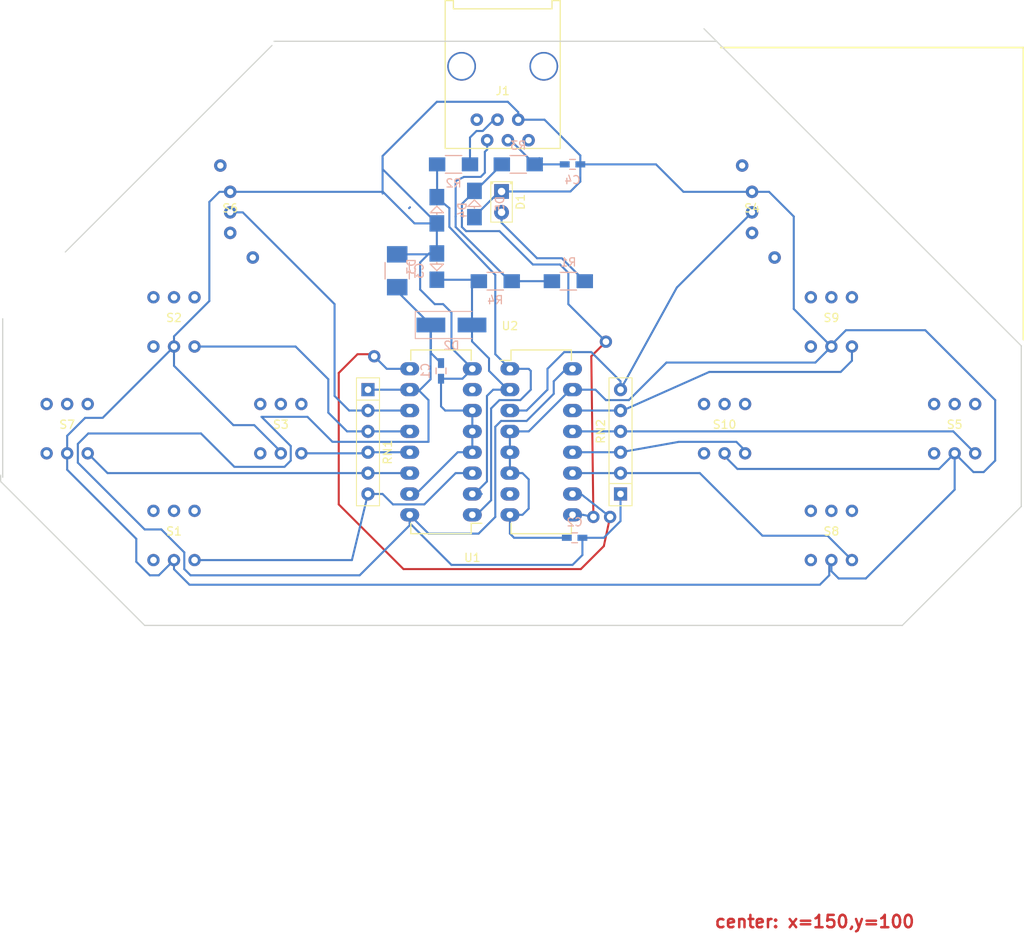
<source format=kicad_pcb>
(kicad_pcb (version 4) (host pcbnew 4.0.7)

  (general
    (links 72)
    (no_connects 0)
    (area 0 0 0 0)
    (thickness 1.6)
    (drawings 13)
    (tracks 331)
    (zones 0)
    (modules 28)
    (nets 21)
  )

  (page A4)
  (layers
    (0 F.Cu signal)
    (31 B.Cu signal)
    (32 B.Adhes user)
    (33 F.Adhes user)
    (34 B.Paste user)
    (35 F.Paste user)
    (36 B.SilkS user)
    (37 F.SilkS user)
    (38 B.Mask user)
    (39 F.Mask user)
    (40 Dwgs.User user)
    (41 Cmts.User user)
    (42 Eco1.User user)
    (43 Eco2.User user)
    (44 Edge.Cuts user)
    (45 Margin user)
    (46 B.CrtYd user)
    (47 F.CrtYd user)
    (48 B.Fab user)
    (49 F.Fab user)
  )

  (setup
    (last_trace_width 0.25)
    (trace_clearance 0.2)
    (zone_clearance 0.508)
    (zone_45_only no)
    (trace_min 0.2)
    (segment_width 0.2)
    (edge_width 0.15)
    (via_size 1.5)
    (via_drill 0.8)
    (via_min_size 0.4)
    (via_min_drill 0.3)
    (uvia_size 0.3)
    (uvia_drill 0.1)
    (uvias_allowed no)
    (uvia_min_size 0.2)
    (uvia_min_drill 0.1)
    (pcb_text_width 0.3)
    (pcb_text_size 1.5 1.5)
    (mod_edge_width 0.15)
    (mod_text_size 1 1)
    (mod_text_width 0.15)
    (pad_size 1.524 1.524)
    (pad_drill 0.762)
    (pad_to_mask_clearance 0.2)
    (aux_axis_origin 0 0)
    (grid_origin 213.36 53.34)
    (visible_elements FFFFFF7F)
    (pcbplotparams
      (layerselection 0x00030_80000001)
      (usegerberextensions false)
      (excludeedgelayer true)
      (linewidth 0.100000)
      (plotframeref false)
      (viasonmask false)
      (mode 1)
      (useauxorigin false)
      (hpglpennumber 1)
      (hpglpenspeed 20)
      (hpglpendiameter 15)
      (hpglpenoverlay 2)
      (psnegative false)
      (psa4output false)
      (plotreference true)
      (plotvalue true)
      (plotinvisibletext false)
      (padsonsilk false)
      (subtractmaskfromsilk false)
      (outputformat 1)
      (mirror false)
      (drillshape 1)
      (scaleselection 1)
      (outputdirectory ""))
  )

  (net 0 "")
  (net 1 /LOAD)
  (net 2 /CLK)
  (net 3 GND)
  (net 4 +3V3)
  (net 5 "Net-(RN1-Pad2)")
  (net 6 "Net-(RN1-Pad3)")
  (net 7 "Net-(RN1-Pad4)")
  (net 8 "Net-(RN1-Pad5)")
  (net 9 "Net-(RN1-Pad6)")
  (net 10 "Net-(U1-Pad9)")
  (net 11 "Net-(D1-Pad2)")
  (net 12 "Net-(RN2-Pad2)")
  (net 13 "Net-(RN2-Pad3)")
  (net 14 "Net-(RN2-Pad4)")
  (net 15 "Net-(RN2-Pad5)")
  (net 16 "Net-(RN2-Pad6)")
  (net 17 "Net-(C4-Pad1)")
  (net 18 "Net-(J1-Pad2)")
  (net 19 "Net-(J1-Pad3)")
  (net 20 "Net-(D5-Pad1)")

  (net_class Default "This is the default net class."
    (clearance 0.2)
    (trace_width 0.25)
    (via_dia 1.5)
    (via_drill 0.8)
    (uvia_dia 0.3)
    (uvia_drill 0.1)
    (add_net +3V3)
    (add_net /CLK)
    (add_net /LOAD)
    (add_net GND)
    (add_net "Net-(C4-Pad1)")
    (add_net "Net-(D1-Pad2)")
    (add_net "Net-(D5-Pad1)")
    (add_net "Net-(J1-Pad2)")
    (add_net "Net-(J1-Pad3)")
    (add_net "Net-(RN1-Pad2)")
    (add_net "Net-(RN1-Pad3)")
    (add_net "Net-(RN1-Pad4)")
    (add_net "Net-(RN1-Pad5)")
    (add_net "Net-(RN1-Pad6)")
    (add_net "Net-(RN2-Pad2)")
    (add_net "Net-(RN2-Pad3)")
    (add_net "Net-(RN2-Pad4)")
    (add_net "Net-(RN2-Pad5)")
    (add_net "Net-(RN2-Pad6)")
    (add_net "Net-(U1-Pad9)")
  )

  (module Housings_DIP:DIP-16_W7.62mm_LongPads (layer F.Cu) (tedit 54130A77) (tstamp 5AECE521)
    (at 146.304 110.49 180)
    (descr "16-lead dip package, row spacing 7.62 mm (300 mils), longer pads")
    (tags "dil dip 2.54 300")
    (path /5AECD96E)
    (fp_text reference U1 (at 0 -5.22 180) (layer F.SilkS)
      (effects (font (size 1 1) (thickness 0.15)))
    )
    (fp_text value 74HC165 (at 0 -3.72 180) (layer F.Fab)
      (effects (font (size 1 1) (thickness 0.15)))
    )
    (fp_line (start -1.4 -2.45) (end -1.4 20.25) (layer F.CrtYd) (width 0.05))
    (fp_line (start 9 -2.45) (end 9 20.25) (layer F.CrtYd) (width 0.05))
    (fp_line (start -1.4 -2.45) (end 9 -2.45) (layer F.CrtYd) (width 0.05))
    (fp_line (start -1.4 20.25) (end 9 20.25) (layer F.CrtYd) (width 0.05))
    (fp_line (start 0.135 -2.295) (end 0.135 -1.025) (layer F.SilkS) (width 0.15))
    (fp_line (start 7.485 -2.295) (end 7.485 -1.025) (layer F.SilkS) (width 0.15))
    (fp_line (start 7.485 20.075) (end 7.485 18.805) (layer F.SilkS) (width 0.15))
    (fp_line (start 0.135 20.075) (end 0.135 18.805) (layer F.SilkS) (width 0.15))
    (fp_line (start 0.135 -2.295) (end 7.485 -2.295) (layer F.SilkS) (width 0.15))
    (fp_line (start 0.135 20.075) (end 7.485 20.075) (layer F.SilkS) (width 0.15))
    (fp_line (start 0.135 -1.025) (end -1.15 -1.025) (layer F.SilkS) (width 0.15))
    (pad 1 thru_hole oval (at 0 0 180) (size 2.3 1.6) (drill 0.8) (layers *.Cu *.Mask)
      (net 1 /LOAD))
    (pad 2 thru_hole oval (at 0 2.54 180) (size 2.3 1.6) (drill 0.8) (layers *.Cu *.Mask)
      (net 2 /CLK))
    (pad 3 thru_hole oval (at 0 5.08 180) (size 2.3 1.6) (drill 0.8) (layers *.Cu *.Mask)
      (net 9 "Net-(RN1-Pad6)"))
    (pad 4 thru_hole oval (at 0 7.62 180) (size 2.3 1.6) (drill 0.8) (layers *.Cu *.Mask)
      (net 3 GND))
    (pad 5 thru_hole oval (at 0 10.16 180) (size 2.3 1.6) (drill 0.8) (layers *.Cu *.Mask)
      (net 3 GND))
    (pad 6 thru_hole oval (at 0 12.7 180) (size 2.3 1.6) (drill 0.8) (layers *.Cu *.Mask)
      (net 3 GND))
    (pad 7 thru_hole oval (at 0 15.24 180) (size 2.3 1.6) (drill 0.8) (layers *.Cu *.Mask))
    (pad 8 thru_hole oval (at 0 17.78 180) (size 2.3 1.6) (drill 0.8) (layers *.Cu *.Mask)
      (net 3 GND))
    (pad 9 thru_hole oval (at 7.62 17.78 180) (size 2.3 1.6) (drill 0.8) (layers *.Cu *.Mask)
      (net 10 "Net-(U1-Pad9)"))
    (pad 10 thru_hole oval (at 7.62 15.24 180) (size 2.3 1.6) (drill 0.8) (layers *.Cu *.Mask)
      (net 4 +3V3))
    (pad 11 thru_hole oval (at 7.62 12.7 180) (size 2.3 1.6) (drill 0.8) (layers *.Cu *.Mask)
      (net 5 "Net-(RN1-Pad2)"))
    (pad 12 thru_hole oval (at 7.62 10.16 180) (size 2.3 1.6) (drill 0.8) (layers *.Cu *.Mask)
      (net 6 "Net-(RN1-Pad3)"))
    (pad 13 thru_hole oval (at 7.62 7.62 180) (size 2.3 1.6) (drill 0.8) (layers *.Cu *.Mask)
      (net 7 "Net-(RN1-Pad4)"))
    (pad 14 thru_hole oval (at 7.62 5.08 180) (size 2.3 1.6) (drill 0.8) (layers *.Cu *.Mask)
      (net 8 "Net-(RN1-Pad5)"))
    (pad 15 thru_hole oval (at 7.62 2.54 180) (size 2.3 1.6) (drill 0.8) (layers *.Cu *.Mask)
      (net 3 GND))
    (pad 16 thru_hole oval (at 7.62 0 180) (size 2.3 1.6) (drill 0.8) (layers *.Cu *.Mask)
      (net 4 +3V3))
    (model Housings_DIP.3dshapes/DIP-16_W7.62mm_LongPads.wrl
      (at (xyz 0 0 0))
      (scale (xyz 1 1 1))
      (rotate (xyz 0 0 0))
    )
  )

  (module Housings_DIP:DIP-16_W7.62mm_LongPads (layer F.Cu) (tedit 54130A77) (tstamp 5AECE540)
    (at 150.876 92.71)
    (descr "16-lead dip package, row spacing 7.62 mm (300 mils), longer pads")
    (tags "dil dip 2.54 300")
    (path /5AECD9AB)
    (fp_text reference U2 (at 0 -5.22) (layer F.SilkS)
      (effects (font (size 1 1) (thickness 0.15)))
    )
    (fp_text value 74HC165 (at 0 -3.72) (layer F.Fab)
      (effects (font (size 1 1) (thickness 0.15)))
    )
    (fp_line (start -1.4 -2.45) (end -1.4 20.25) (layer F.CrtYd) (width 0.05))
    (fp_line (start 9 -2.45) (end 9 20.25) (layer F.CrtYd) (width 0.05))
    (fp_line (start -1.4 -2.45) (end 9 -2.45) (layer F.CrtYd) (width 0.05))
    (fp_line (start -1.4 20.25) (end 9 20.25) (layer F.CrtYd) (width 0.05))
    (fp_line (start 0.135 -2.295) (end 0.135 -1.025) (layer F.SilkS) (width 0.15))
    (fp_line (start 7.485 -2.295) (end 7.485 -1.025) (layer F.SilkS) (width 0.15))
    (fp_line (start 7.485 20.075) (end 7.485 18.805) (layer F.SilkS) (width 0.15))
    (fp_line (start 0.135 20.075) (end 0.135 18.805) (layer F.SilkS) (width 0.15))
    (fp_line (start 0.135 -2.295) (end 7.485 -2.295) (layer F.SilkS) (width 0.15))
    (fp_line (start 0.135 20.075) (end 7.485 20.075) (layer F.SilkS) (width 0.15))
    (fp_line (start 0.135 -1.025) (end -1.15 -1.025) (layer F.SilkS) (width 0.15))
    (pad 1 thru_hole oval (at 0 0) (size 2.3 1.6) (drill 0.8) (layers *.Cu *.Mask)
      (net 1 /LOAD))
    (pad 2 thru_hole oval (at 0 2.54) (size 2.3 1.6) (drill 0.8) (layers *.Cu *.Mask)
      (net 2 /CLK))
    (pad 3 thru_hole oval (at 0 5.08) (size 2.3 1.6) (drill 0.8) (layers *.Cu *.Mask)
      (net 16 "Net-(RN2-Pad6)"))
    (pad 4 thru_hole oval (at 0 7.62) (size 2.3 1.6) (drill 0.8) (layers *.Cu *.Mask)
      (net 3 GND))
    (pad 5 thru_hole oval (at 0 10.16) (size 2.3 1.6) (drill 0.8) (layers *.Cu *.Mask)
      (net 3 GND))
    (pad 6 thru_hole oval (at 0 12.7) (size 2.3 1.6) (drill 0.8) (layers *.Cu *.Mask)
      (net 3 GND))
    (pad 7 thru_hole oval (at 0 15.24) (size 2.3 1.6) (drill 0.8) (layers *.Cu *.Mask))
    (pad 8 thru_hole oval (at 0 17.78) (size 2.3 1.6) (drill 0.8) (layers *.Cu *.Mask)
      (net 3 GND))
    (pad 9 thru_hole oval (at 7.62 17.78) (size 2.3 1.6) (drill 0.8) (layers *.Cu *.Mask)
      (net 20 "Net-(D5-Pad1)"))
    (pad 10 thru_hole oval (at 7.62 15.24) (size 2.3 1.6) (drill 0.8) (layers *.Cu *.Mask)
      (net 10 "Net-(U1-Pad9)"))
    (pad 11 thru_hole oval (at 7.62 12.7) (size 2.3 1.6) (drill 0.8) (layers *.Cu *.Mask)
      (net 12 "Net-(RN2-Pad2)"))
    (pad 12 thru_hole oval (at 7.62 10.16) (size 2.3 1.6) (drill 0.8) (layers *.Cu *.Mask)
      (net 13 "Net-(RN2-Pad3)"))
    (pad 13 thru_hole oval (at 7.62 7.62) (size 2.3 1.6) (drill 0.8) (layers *.Cu *.Mask)
      (net 14 "Net-(RN2-Pad4)"))
    (pad 14 thru_hole oval (at 7.62 5.08) (size 2.3 1.6) (drill 0.8) (layers *.Cu *.Mask)
      (net 15 "Net-(RN2-Pad5)"))
    (pad 15 thru_hole oval (at 7.62 2.54) (size 2.3 1.6) (drill 0.8) (layers *.Cu *.Mask)
      (net 3 GND))
    (pad 16 thru_hole oval (at 7.62 0) (size 2.3 1.6) (drill 0.8) (layers *.Cu *.Mask)
      (net 4 +3V3))
    (model Housings_DIP.3dshapes/DIP-16_W7.62mm_LongPads.wrl
      (at (xyz 0 0 0))
      (scale (xyz 1 1 1))
      (rotate (xyz 0 0 0))
    )
  )

  (module Buttons_Switches_THT:MHPS2285V (layer F.Cu) (tedit 5AF3A23C) (tstamp 5AF3AD56)
    (at 110 113 180)
    (path /5AF3A7BC)
    (fp_text reference S1 (at 0 0.5 180) (layer F.SilkS)
      (effects (font (size 1 1) (thickness 0.15)))
    )
    (fp_text value R1 (at 0 -0.5 180) (layer F.Fab)
      (effects (font (size 1 1) (thickness 0.15)))
    )
    (pad 3 thru_hole circle (at 2.5 -3 180) (size 1.5 1.5) (drill 0.8) (layers *.Cu *.Mask))
    (pad 2 thru_hole circle (at 0 -3 180) (size 1.5 1.5) (drill 0.8) (layers *.Cu *.Mask)
      (net 3 GND))
    (pad 1 thru_hole circle (at -2.5 -3 180) (size 1.5 1.5) (drill 0.8) (layers *.Cu *.Mask)
      (net 9 "Net-(RN1-Pad6)"))
    (pad 6 thru_hole circle (at -2.5 3 180) (size 1.5 1.5) (drill 0.8) (layers *.Cu *.Mask))
    (pad 5 thru_hole circle (at 0 3 180) (size 1.5 1.5) (drill 0.8) (layers *.Cu *.Mask))
    (pad 4 thru_hole circle (at 2.5 3 180) (size 1.5 1.5) (drill 0.8) (layers *.Cu *.Mask))
  )

  (module Buttons_Switches_THT:MHPS2285V (layer F.Cu) (tedit 5AF3A23C) (tstamp 5AF3AD60)
    (at 110 87 180)
    (path /5AF3B1C2)
    (fp_text reference S2 (at 0 0.5 180) (layer F.SilkS)
      (effects (font (size 1 1) (thickness 0.15)))
    )
    (fp_text value R3 (at 0 -0.5 180) (layer F.Fab)
      (effects (font (size 1 1) (thickness 0.15)))
    )
    (pad 3 thru_hole circle (at 2.5 -3 180) (size 1.5 1.5) (drill 0.8) (layers *.Cu *.Mask))
    (pad 2 thru_hole circle (at 0 -3 180) (size 1.5 1.5) (drill 0.8) (layers *.Cu *.Mask)
      (net 3 GND))
    (pad 1 thru_hole circle (at -2.5 -3 180) (size 1.5 1.5) (drill 0.8) (layers *.Cu *.Mask)
      (net 6 "Net-(RN1-Pad3)"))
    (pad 6 thru_hole circle (at -2.5 3 180) (size 1.5 1.5) (drill 0.8) (layers *.Cu *.Mask))
    (pad 5 thru_hole circle (at 0 3 180) (size 1.5 1.5) (drill 0.8) (layers *.Cu *.Mask))
    (pad 4 thru_hole circle (at 2.5 3 180) (size 1.5 1.5) (drill 0.8) (layers *.Cu *.Mask))
  )

  (module Buttons_Switches_THT:MHPS2285V (layer F.Cu) (tedit 5AF3A23C) (tstamp 5AF3AD6A)
    (at 123 100 180)
    (path /5AF3B69E)
    (fp_text reference S3 (at 0 0.5 180) (layer F.SilkS)
      (effects (font (size 1 1) (thickness 0.15)))
    )
    (fp_text value R5 (at 0 -0.5 180) (layer F.Fab)
      (effects (font (size 1 1) (thickness 0.15)))
    )
    (pad 3 thru_hole circle (at 2.5 -3 180) (size 1.5 1.5) (drill 0.8) (layers *.Cu *.Mask))
    (pad 2 thru_hole circle (at 0 -3 180) (size 1.5 1.5) (drill 0.8) (layers *.Cu *.Mask)
      (net 3 GND))
    (pad 1 thru_hole circle (at -2.5 -3 180) (size 1.5 1.5) (drill 0.8) (layers *.Cu *.Mask)
      (net 7 "Net-(RN1-Pad4)"))
    (pad 6 thru_hole circle (at -2.5 3 180) (size 1.5 1.5) (drill 0.8) (layers *.Cu *.Mask))
    (pad 5 thru_hole circle (at 0 3 180) (size 1.5 1.5) (drill 0.8) (layers *.Cu *.Mask))
    (pad 4 thru_hole circle (at 2.5 3 180) (size 1.5 1.5) (drill 0.8) (layers *.Cu *.Mask))
  )

  (module Buttons_Switches_THT:MHPS2285V (layer F.Cu) (tedit 5AF3A23C) (tstamp 5AF3AD7E)
    (at 205 100 180)
    (path /5AF3BB10)
    (fp_text reference S5 (at 0 0.5 180) (layer F.SilkS)
      (effects (font (size 1 1) (thickness 0.15)))
    )
    (fp_text value B4 (at 0 -0.5 180) (layer F.Fab)
      (effects (font (size 1 1) (thickness 0.15)))
    )
    (pad 3 thru_hole circle (at 2.5 -3 180) (size 1.5 1.5) (drill 0.8) (layers *.Cu *.Mask))
    (pad 2 thru_hole circle (at 0 -3 180) (size 1.5 1.5) (drill 0.8) (layers *.Cu *.Mask)
      (net 3 GND))
    (pad 1 thru_hole circle (at -2.5 -3 180) (size 1.5 1.5) (drill 0.8) (layers *.Cu *.Mask)
      (net 14 "Net-(RN2-Pad4)"))
    (pad 6 thru_hole circle (at -2.5 3 180) (size 1.5 1.5) (drill 0.8) (layers *.Cu *.Mask))
    (pad 5 thru_hole circle (at 0 3 180) (size 1.5 1.5) (drill 0.8) (layers *.Cu *.Mask))
    (pad 4 thru_hole circle (at 2.5 3 180) (size 1.5 1.5) (drill 0.8) (layers *.Cu *.Mask))
  )

  (module Buttons_Switches_THT:MHPS2285V (layer F.Cu) (tedit 5AF3A23C) (tstamp 5AF3AD92)
    (at 97 100 180)
    (path /5AF3B375)
    (fp_text reference S7 (at 0 0.5 180) (layer F.SilkS)
      (effects (font (size 1 1) (thickness 0.15)))
    )
    (fp_text value R4 (at 0 -0.5 180) (layer F.Fab)
      (effects (font (size 1 1) (thickness 0.15)))
    )
    (pad 3 thru_hole circle (at 2.5 -3 180) (size 1.5 1.5) (drill 0.8) (layers *.Cu *.Mask))
    (pad 2 thru_hole circle (at 0 -3 180) (size 1.5 1.5) (drill 0.8) (layers *.Cu *.Mask)
      (net 3 GND))
    (pad 1 thru_hole circle (at -2.5 -3 180) (size 1.5 1.5) (drill 0.8) (layers *.Cu *.Mask)
      (net 8 "Net-(RN1-Pad5)"))
    (pad 6 thru_hole circle (at -2.5 3 180) (size 1.5 1.5) (drill 0.8) (layers *.Cu *.Mask))
    (pad 5 thru_hole circle (at 0 3 180) (size 1.5 1.5) (drill 0.8) (layers *.Cu *.Mask))
    (pad 4 thru_hole circle (at 2.5 3 180) (size 1.5 1.5) (drill 0.8) (layers *.Cu *.Mask))
  )

  (module Buttons_Switches_THT:MHPS2285V (layer F.Cu) (tedit 5AF3A23C) (tstamp 5AF3AD9C)
    (at 190 113 180)
    (path /5AF3B6A4)
    (fp_text reference S8 (at 0 0.5 180) (layer F.SilkS)
      (effects (font (size 1 1) (thickness 0.15)))
    )
    (fp_text value B1 (at 0 -0.5 180) (layer F.Fab)
      (effects (font (size 1 1) (thickness 0.15)))
    )
    (pad 3 thru_hole circle (at 2.5 -3 180) (size 1.5 1.5) (drill 0.8) (layers *.Cu *.Mask))
    (pad 2 thru_hole circle (at 0 -3 180) (size 1.5 1.5) (drill 0.8) (layers *.Cu *.Mask)
      (net 3 GND))
    (pad 1 thru_hole circle (at -2.5 -3 180) (size 1.5 1.5) (drill 0.8) (layers *.Cu *.Mask)
      (net 12 "Net-(RN2-Pad2)"))
    (pad 6 thru_hole circle (at -2.5 3 180) (size 1.5 1.5) (drill 0.8) (layers *.Cu *.Mask))
    (pad 5 thru_hole circle (at 0 3 180) (size 1.5 1.5) (drill 0.8) (layers *.Cu *.Mask))
    (pad 4 thru_hole circle (at 2.5 3 180) (size 1.5 1.5) (drill 0.8) (layers *.Cu *.Mask))
  )

  (module Buttons_Switches_THT:MHPS2285V (layer F.Cu) (tedit 5AF3A23C) (tstamp 5AF3ADA6)
    (at 190 87 180)
    (path /5AF3B6C0)
    (fp_text reference S9 (at 0 0.5 180) (layer F.SilkS)
      (effects (font (size 1 1) (thickness 0.15)))
    )
    (fp_text value B3 (at 0 -0.5 180) (layer F.Fab)
      (effects (font (size 1 1) (thickness 0.15)))
    )
    (pad 3 thru_hole circle (at 2.5 -3 180) (size 1.5 1.5) (drill 0.8) (layers *.Cu *.Mask))
    (pad 2 thru_hole circle (at 0 -3 180) (size 1.5 1.5) (drill 0.8) (layers *.Cu *.Mask)
      (net 3 GND))
    (pad 1 thru_hole circle (at -2.5 -3 180) (size 1.5 1.5) (drill 0.8) (layers *.Cu *.Mask)
      (net 15 "Net-(RN2-Pad5)"))
    (pad 6 thru_hole circle (at -2.5 3 180) (size 1.5 1.5) (drill 0.8) (layers *.Cu *.Mask))
    (pad 5 thru_hole circle (at 0 3 180) (size 1.5 1.5) (drill 0.8) (layers *.Cu *.Mask))
    (pad 4 thru_hole circle (at 2.5 3 180) (size 1.5 1.5) (drill 0.8) (layers *.Cu *.Mask))
  )

  (module Buttons_Switches_THT:MHPS2285V (layer F.Cu) (tedit 5AF3A23C) (tstamp 5AF3ADB0)
    (at 177 100 180)
    (path /5AF3BB1F)
    (fp_text reference S10 (at 0 0.5 180) (layer F.SilkS)
      (effects (font (size 1 1) (thickness 0.15)))
    )
    (fp_text value B5 (at 0 -0.5 180) (layer F.Fab)
      (effects (font (size 1 1) (thickness 0.15)))
    )
    (pad 3 thru_hole circle (at 2.5 -3 180) (size 1.5 1.5) (drill 0.8) (layers *.Cu *.Mask))
    (pad 2 thru_hole circle (at 0 -3 180) (size 1.5 1.5) (drill 0.8) (layers *.Cu *.Mask)
      (net 3 GND))
    (pad 1 thru_hole circle (at -2.5 -3 180) (size 1.5 1.5) (drill 0.8) (layers *.Cu *.Mask)
      (net 13 "Net-(RN2-Pad3)"))
    (pad 6 thru_hole circle (at -2.5 3 180) (size 1.5 1.5) (drill 0.8) (layers *.Cu *.Mask))
    (pad 5 thru_hole circle (at 0 3 180) (size 1.5 1.5) (drill 0.8) (layers *.Cu *.Mask))
    (pad 4 thru_hole circle (at 2.5 3 180) (size 1.5 1.5) (drill 0.8) (layers *.Cu *.Mask))
  )

  (module LEDs:LED_D2.0mm_W4.8mm_H2.5mm_FlatTop (layer F.Cu) (tedit 5880A862) (tstamp 5B2839CA)
    (at 149.86 71.12 270)
    (descr "LED, Round, FlatTop,  Rectangular size 4.8x2.5mm^2 diameter 2.0mm, 2 pins, http://www.kingbright.com/attachments/file/psearch/000/00/00/L-13GD(Ver.11B).pdf")
    (tags "LED Round FlatTop  Rectangular size 4.8x2.5mm^2 diameter 2.0mm 2 pins")
    (path /5B28344D)
    (fp_text reference D1 (at 1.27 -2.31 270) (layer F.SilkS)
      (effects (font (size 1 1) (thickness 0.15)))
    )
    (fp_text value LED (at 1.27 2.31 270) (layer F.Fab)
      (effects (font (size 1 1) (thickness 0.15)))
    )
    (fp_circle (center 1.27 0) (end 2.27 0) (layer F.Fab) (width 0.1))
    (fp_line (start -1.13 -1.25) (end -1.13 1.25) (layer F.Fab) (width 0.1))
    (fp_line (start -1.13 1.25) (end 3.67 1.25) (layer F.Fab) (width 0.1))
    (fp_line (start 3.67 1.25) (end 3.67 -1.25) (layer F.Fab) (width 0.1))
    (fp_line (start 3.67 -1.25) (end -1.13 -1.25) (layer F.Fab) (width 0.1))
    (fp_line (start -1.19 -1.31) (end 3.73 -1.31) (layer F.SilkS) (width 0.12))
    (fp_line (start -1.19 1.31) (end 3.73 1.31) (layer F.SilkS) (width 0.12))
    (fp_line (start -1.19 -1.31) (end -1.19 1.31) (layer F.SilkS) (width 0.12))
    (fp_line (start 3.73 -1.31) (end 3.73 1.31) (layer F.SilkS) (width 0.12))
    (fp_line (start -1.07 -1.31) (end -1.07 -1.08) (layer F.SilkS) (width 0.12))
    (fp_line (start -1.07 1.08) (end -1.07 1.31) (layer F.SilkS) (width 0.12))
    (fp_line (start -0.95 -1.31) (end -0.95 -1.08) (layer F.SilkS) (width 0.12))
    (fp_line (start -0.95 1.08) (end -0.95 1.31) (layer F.SilkS) (width 0.12))
    (fp_line (start -1.45 -1.6) (end -1.45 1.6) (layer F.CrtYd) (width 0.05))
    (fp_line (start -1.45 1.6) (end 4 1.6) (layer F.CrtYd) (width 0.05))
    (fp_line (start 4 1.6) (end 4 -1.6) (layer F.CrtYd) (width 0.05))
    (fp_line (start 4 -1.6) (end -1.45 -1.6) (layer F.CrtYd) (width 0.05))
    (pad 1 thru_hole rect (at 0 0 270) (size 1.8 1.8) (drill 0.9) (layers *.Cu *.Mask)
      (net 3 GND))
    (pad 2 thru_hole circle (at 2.54 0 270) (size 1.8 1.8) (drill 0.9) (layers *.Cu *.Mask)
      (net 11 "Net-(D1-Pad2)"))
    (model ${KISYS3DMOD}/LEDs.3dshapes/LED_D2.0mm_W4.8mm_H2.5mm_FlatTop.wrl
      (at (xyz 0 0 0))
      (scale (xyz 0.393701 0.393701 0.393701))
      (rotate (xyz 0 0 0))
    )
  )

  (module PiKwonDo:Switch-SPDT (layer F.Cu) (tedit 5B283780) (tstamp 5B2839D7)
    (at 180.34 73.66 180)
    (path /5B19B80F)
    (fp_text reference S4 (at 0 0.5 180) (layer F.SilkS)
      (effects (font (size 1 1) (thickness 0.15)))
    )
    (fp_text value B2 (at 0 -0.5 180) (layer F.Fab)
      (effects (font (size 1 1) (thickness 0.15)))
    )
    (pad "" np_thru_hole circle (at -2.75 -5.5 180) (size 1.524 1.524) (drill 0.762) (layers *.Cu *.Mask))
    (pad 3 thru_hole circle (at 0 -2.5 180) (size 1.524 1.524) (drill 0.762) (layers *.Cu *.Mask))
    (pad 1 thru_hole circle (at 0 0 180) (size 1.524 1.524) (drill 0.762) (layers *.Cu *.Mask)
      (net 16 "Net-(RN2-Pad6)"))
    (pad 2 thru_hole circle (at 0 2.5 180) (size 1.524 1.524) (drill 0.762) (layers *.Cu *.Mask)
      (net 3 GND))
    (pad "" np_thru_hole circle (at 1.2 5.7 180) (size 1.524 1.524) (drill 0.762) (layers *.Cu *.Mask))
  )

  (module PiKwonDo:Switch-SPDT (layer F.Cu) (tedit 5B283780) (tstamp 5B2839DF)
    (at 116.84 73.66 180)
    (path /5B19B7BA)
    (fp_text reference S6 (at 0 0.5 180) (layer F.SilkS)
      (effects (font (size 1 1) (thickness 0.15)))
    )
    (fp_text value R2 (at 0 -0.5 180) (layer F.Fab)
      (effects (font (size 1 1) (thickness 0.15)))
    )
    (pad "" np_thru_hole circle (at -2.75 -5.5 180) (size 1.524 1.524) (drill 0.762) (layers *.Cu *.Mask))
    (pad 3 thru_hole circle (at 0 -2.5 180) (size 1.524 1.524) (drill 0.762) (layers *.Cu *.Mask))
    (pad 1 thru_hole circle (at 0 0 180) (size 1.524 1.524) (drill 0.762) (layers *.Cu *.Mask)
      (net 5 "Net-(RN1-Pad2)"))
    (pad 2 thru_hole circle (at 0 2.5 180) (size 1.524 1.524) (drill 0.762) (layers *.Cu *.Mask)
      (net 3 GND))
    (pad "" np_thru_hole circle (at 1.2 5.7 180) (size 1.524 1.524) (drill 0.762) (layers *.Cu *.Mask))
  )

  (module Resistors_THT:R_Array_SIP6 (layer F.Cu) (tedit 57FA3974) (tstamp 5B284286)
    (at 133.604 95.25 270)
    (descr "6-pin Resistor SIP pack")
    (tags R)
    (path /5B28545A)
    (fp_text reference RN1 (at 7.62 -2.4 270) (layer F.SilkS)
      (effects (font (size 1 1) (thickness 0.15)))
    )
    (fp_text value 47k (at 7.62 2.4 270) (layer F.Fab)
      (effects (font (size 1 1) (thickness 0.15)))
    )
    (fp_line (start -1.29 -1.25) (end -1.29 1.25) (layer F.Fab) (width 0.1))
    (fp_line (start -1.29 1.25) (end 13.99 1.25) (layer F.Fab) (width 0.1))
    (fp_line (start 13.99 1.25) (end 13.99 -1.25) (layer F.Fab) (width 0.1))
    (fp_line (start 13.99 -1.25) (end -1.29 -1.25) (layer F.Fab) (width 0.1))
    (fp_line (start 1.27 -1.25) (end 1.27 1.25) (layer F.Fab) (width 0.1))
    (fp_line (start -1.44 -1.4) (end -1.44 1.4) (layer F.SilkS) (width 0.12))
    (fp_line (start -1.44 1.4) (end 14.14 1.4) (layer F.SilkS) (width 0.12))
    (fp_line (start 14.14 1.4) (end 14.14 -1.4) (layer F.SilkS) (width 0.12))
    (fp_line (start 14.14 -1.4) (end -1.44 -1.4) (layer F.SilkS) (width 0.12))
    (fp_line (start 1.27 -1.4) (end 1.27 1.4) (layer F.SilkS) (width 0.12))
    (fp_line (start -1.7 -1.65) (end -1.7 1.65) (layer F.CrtYd) (width 0.05))
    (fp_line (start -1.7 1.65) (end 14.4 1.65) (layer F.CrtYd) (width 0.05))
    (fp_line (start 14.4 1.65) (end 14.4 -1.65) (layer F.CrtYd) (width 0.05))
    (fp_line (start 14.4 -1.65) (end -1.7 -1.65) (layer F.CrtYd) (width 0.05))
    (pad 1 thru_hole rect (at 0 0 270) (size 1.6 1.6) (drill 0.8) (layers *.Cu *.Mask)
      (net 4 +3V3))
    (pad 2 thru_hole oval (at 2.54 0 270) (size 1.6 1.6) (drill 0.8) (layers *.Cu *.Mask)
      (net 5 "Net-(RN1-Pad2)"))
    (pad 3 thru_hole oval (at 5.08 0 270) (size 1.6 1.6) (drill 0.8) (layers *.Cu *.Mask)
      (net 6 "Net-(RN1-Pad3)"))
    (pad 4 thru_hole oval (at 7.62 0 270) (size 1.6 1.6) (drill 0.8) (layers *.Cu *.Mask)
      (net 7 "Net-(RN1-Pad4)"))
    (pad 5 thru_hole oval (at 10.16 0 270) (size 1.6 1.6) (drill 0.8) (layers *.Cu *.Mask)
      (net 8 "Net-(RN1-Pad5)"))
    (pad 6 thru_hole oval (at 12.7 0 270) (size 1.6 1.6) (drill 0.8) (layers *.Cu *.Mask)
      (net 9 "Net-(RN1-Pad6)"))
    (model ${KISYS3DMOD}/Resistors_THT.3dshapes/R_Array_SIP6.wrl
      (at (xyz 0 0 0))
      (scale (xyz 0.39 0.39 0.39))
      (rotate (xyz 0 0 0))
    )
  )

  (module Resistors_THT:R_Array_SIP6 (layer F.Cu) (tedit 57FA3974) (tstamp 5B284298)
    (at 164.338 107.95 90)
    (descr "6-pin Resistor SIP pack")
    (tags R)
    (path /5B285552)
    (fp_text reference RN2 (at 7.62 -2.4 90) (layer F.SilkS)
      (effects (font (size 1 1) (thickness 0.15)))
    )
    (fp_text value 47k (at 7.62 2.4 90) (layer F.Fab)
      (effects (font (size 1 1) (thickness 0.15)))
    )
    (fp_line (start -1.29 -1.25) (end -1.29 1.25) (layer F.Fab) (width 0.1))
    (fp_line (start -1.29 1.25) (end 13.99 1.25) (layer F.Fab) (width 0.1))
    (fp_line (start 13.99 1.25) (end 13.99 -1.25) (layer F.Fab) (width 0.1))
    (fp_line (start 13.99 -1.25) (end -1.29 -1.25) (layer F.Fab) (width 0.1))
    (fp_line (start 1.27 -1.25) (end 1.27 1.25) (layer F.Fab) (width 0.1))
    (fp_line (start -1.44 -1.4) (end -1.44 1.4) (layer F.SilkS) (width 0.12))
    (fp_line (start -1.44 1.4) (end 14.14 1.4) (layer F.SilkS) (width 0.12))
    (fp_line (start 14.14 1.4) (end 14.14 -1.4) (layer F.SilkS) (width 0.12))
    (fp_line (start 14.14 -1.4) (end -1.44 -1.4) (layer F.SilkS) (width 0.12))
    (fp_line (start 1.27 -1.4) (end 1.27 1.4) (layer F.SilkS) (width 0.12))
    (fp_line (start -1.7 -1.65) (end -1.7 1.65) (layer F.CrtYd) (width 0.05))
    (fp_line (start -1.7 1.65) (end 14.4 1.65) (layer F.CrtYd) (width 0.05))
    (fp_line (start 14.4 1.65) (end 14.4 -1.65) (layer F.CrtYd) (width 0.05))
    (fp_line (start 14.4 -1.65) (end -1.7 -1.65) (layer F.CrtYd) (width 0.05))
    (pad 1 thru_hole rect (at 0 0 90) (size 1.6 1.6) (drill 0.8) (layers *.Cu *.Mask)
      (net 4 +3V3))
    (pad 2 thru_hole oval (at 2.54 0 90) (size 1.6 1.6) (drill 0.8) (layers *.Cu *.Mask)
      (net 12 "Net-(RN2-Pad2)"))
    (pad 3 thru_hole oval (at 5.08 0 90) (size 1.6 1.6) (drill 0.8) (layers *.Cu *.Mask)
      (net 13 "Net-(RN2-Pad3)"))
    (pad 4 thru_hole oval (at 7.62 0 90) (size 1.6 1.6) (drill 0.8) (layers *.Cu *.Mask)
      (net 14 "Net-(RN2-Pad4)"))
    (pad 5 thru_hole oval (at 10.16 0 90) (size 1.6 1.6) (drill 0.8) (layers *.Cu *.Mask)
      (net 15 "Net-(RN2-Pad5)"))
    (pad 6 thru_hole oval (at 12.7 0 90) (size 1.6 1.6) (drill 0.8) (layers *.Cu *.Mask)
      (net 16 "Net-(RN2-Pad6)"))
    (model ${KISYS3DMOD}/Resistors_THT.3dshapes/R_Array_SIP6.wrl
      (at (xyz 0 0 0))
      (scale (xyz 0.39 0.39 0.39))
      (rotate (xyz 0 0 0))
    )
  )

  (module PiKwonDo:TH-RJ12 (layer F.Cu) (tedit 5B29A67F) (tstamp 5B29A930)
    (at 150 55.88)
    (path /5AED1621)
    (fp_text reference J1 (at 0 3) (layer F.SilkS)
      (effects (font (size 1 1) (thickness 0.15)))
    )
    (fp_text value RJ12-UNSHLD (at 0 -4) (layer F.Fab)
      (effects (font (size 1 1) (thickness 0.15)))
    )
    (fp_line (start -7 -8) (end -7 10) (layer F.SilkS) (width 0.15))
    (fp_line (start -7 10) (end 7 10) (layer F.SilkS) (width 0.15))
    (fp_line (start 7 10) (end 7 -8) (layer F.SilkS) (width 0.15))
    (fp_line (start 7 -8) (end 6 -8) (layer F.SilkS) (width 0.15))
    (fp_line (start 6 -8) (end 6 -7) (layer F.SilkS) (width 0.15))
    (fp_line (start 6 -7) (end -6 -7) (layer F.SilkS) (width 0.15))
    (fp_line (start -6 -7) (end -6 -8) (layer F.SilkS) (width 0.15))
    (fp_line (start -6 -8) (end -7 -8) (layer F.SilkS) (width 0.15))
    (pad 1 thru_hole circle (at -3.15 6.5) (size 1.524 1.524) (drill 0.762) (layers *.Cu *.Mask))
    (pad 2 thru_hole circle (at -1.89 9) (size 1.524 1.524) (drill 0.762) (layers *.Cu *.Mask)
      (net 18 "Net-(J1-Pad2)"))
    (pad 3 thru_hole circle (at -0.63 6.5) (size 1.524 1.524) (drill 0.762) (layers *.Cu *.Mask)
      (net 19 "Net-(J1-Pad3)"))
    (pad 4 thru_hole circle (at 0.63 9) (size 1.524 1.524) (drill 0.762) (layers *.Cu *.Mask)
      (net 17 "Net-(C4-Pad1)"))
    (pad 5 thru_hole circle (at 1.889 6.5) (size 1.524 1.524) (drill 0.762) (layers *.Cu *.Mask)
      (net 3 GND))
    (pad 6 thru_hole circle (at 3.15 9) (size 1.524 1.524) (drill 0.762) (layers *.Cu *.Mask))
    (pad "" np_thru_hole circle (at -5 0) (size 3.5 3.5) (drill 3.1) (layers *.Cu *.Mask))
    (pad "" np_thru_hole circle (at 5 0) (size 3.5 3.5) (drill 3.1) (layers *.Cu *.Mask))
  )

  (module Capacitors_SMD:C_0603_HandSoldering (layer B.Cu) (tedit 541A9B4D) (tstamp 5B443ACD)
    (at 142.494 92.964 270)
    (descr "Capacitor SMD 0603, hand soldering")
    (tags "capacitor 0603")
    (path /5AECE346)
    (attr smd)
    (fp_text reference C1 (at 0 1.9 270) (layer B.SilkS)
      (effects (font (size 1 1) (thickness 0.15)) (justify mirror))
    )
    (fp_text value 270pF (at 0 -1.9 270) (layer B.Fab)
      (effects (font (size 1 1) (thickness 0.15)) (justify mirror))
    )
    (fp_line (start -0.8 -0.4) (end -0.8 0.4) (layer B.Fab) (width 0.15))
    (fp_line (start 0.8 -0.4) (end -0.8 -0.4) (layer B.Fab) (width 0.15))
    (fp_line (start 0.8 0.4) (end 0.8 -0.4) (layer B.Fab) (width 0.15))
    (fp_line (start -0.8 0.4) (end 0.8 0.4) (layer B.Fab) (width 0.15))
    (fp_line (start -1.85 0.75) (end 1.85 0.75) (layer B.CrtYd) (width 0.05))
    (fp_line (start -1.85 -0.75) (end 1.85 -0.75) (layer B.CrtYd) (width 0.05))
    (fp_line (start -1.85 0.75) (end -1.85 -0.75) (layer B.CrtYd) (width 0.05))
    (fp_line (start 1.85 0.75) (end 1.85 -0.75) (layer B.CrtYd) (width 0.05))
    (fp_line (start -0.35 0.6) (end 0.35 0.6) (layer B.SilkS) (width 0.15))
    (fp_line (start 0.35 -0.6) (end -0.35 -0.6) (layer B.SilkS) (width 0.15))
    (pad 1 smd rect (at -0.95 0 270) (size 1.2 0.75) (layers B.Cu B.Paste B.Mask)
      (net 4 +3V3))
    (pad 2 smd rect (at 0.95 0 270) (size 1.2 0.75) (layers B.Cu B.Paste B.Mask)
      (net 3 GND))
    (model Capacitors_SMD.3dshapes/C_0603_HandSoldering.wrl
      (at (xyz 0 0 0))
      (scale (xyz 1 1 1))
      (rotate (xyz 0 0 0))
    )
  )

  (module Capacitors_SMD:C_0603_HandSoldering (layer B.Cu) (tedit 541A9B4D) (tstamp 5B443ADC)
    (at 158.75 113.284 180)
    (descr "Capacitor SMD 0603, hand soldering")
    (tags "capacitor 0603")
    (path /5AECE390)
    (attr smd)
    (fp_text reference C2 (at 0 1.9 180) (layer B.SilkS)
      (effects (font (size 1 1) (thickness 0.15)) (justify mirror))
    )
    (fp_text value 270pF (at 0 -1.9 180) (layer B.Fab)
      (effects (font (size 1 1) (thickness 0.15)) (justify mirror))
    )
    (fp_line (start -0.8 -0.4) (end -0.8 0.4) (layer B.Fab) (width 0.15))
    (fp_line (start 0.8 -0.4) (end -0.8 -0.4) (layer B.Fab) (width 0.15))
    (fp_line (start 0.8 0.4) (end 0.8 -0.4) (layer B.Fab) (width 0.15))
    (fp_line (start -0.8 0.4) (end 0.8 0.4) (layer B.Fab) (width 0.15))
    (fp_line (start -1.85 0.75) (end 1.85 0.75) (layer B.CrtYd) (width 0.05))
    (fp_line (start -1.85 -0.75) (end 1.85 -0.75) (layer B.CrtYd) (width 0.05))
    (fp_line (start -1.85 0.75) (end -1.85 -0.75) (layer B.CrtYd) (width 0.05))
    (fp_line (start 1.85 0.75) (end 1.85 -0.75) (layer B.CrtYd) (width 0.05))
    (fp_line (start -0.35 0.6) (end 0.35 0.6) (layer B.SilkS) (width 0.15))
    (fp_line (start 0.35 -0.6) (end -0.35 -0.6) (layer B.SilkS) (width 0.15))
    (pad 1 smd rect (at -0.95 0 180) (size 1.2 0.75) (layers B.Cu B.Paste B.Mask)
      (net 4 +3V3))
    (pad 2 smd rect (at 0.95 0 180) (size 1.2 0.75) (layers B.Cu B.Paste B.Mask)
      (net 3 GND))
    (model Capacitors_SMD.3dshapes/C_0603_HandSoldering.wrl
      (at (xyz 0 0 0))
      (scale (xyz 1 1 1))
      (rotate (xyz 0 0 0))
    )
  )

  (module Capacitors_SMD:C_1210_HandSoldering (layer B.Cu) (tedit 541A9C39) (tstamp 5B443AEB)
    (at 137.16 80.772 90)
    (descr "Capacitor SMD 1210, hand soldering")
    (tags "capacitor 1210")
    (path /5AECEE1D)
    (attr smd)
    (fp_text reference C3 (at 0 2.7 90) (layer B.SilkS)
      (effects (font (size 1 1) (thickness 0.15)) (justify mirror))
    )
    (fp_text value 10uF (at 0 -2.7 90) (layer B.Fab)
      (effects (font (size 1 1) (thickness 0.15)) (justify mirror))
    )
    (fp_line (start -1.6 -1.25) (end -1.6 1.25) (layer B.Fab) (width 0.15))
    (fp_line (start 1.6 -1.25) (end -1.6 -1.25) (layer B.Fab) (width 0.15))
    (fp_line (start 1.6 1.25) (end 1.6 -1.25) (layer B.Fab) (width 0.15))
    (fp_line (start -1.6 1.25) (end 1.6 1.25) (layer B.Fab) (width 0.15))
    (fp_line (start -3.3 1.6) (end 3.3 1.6) (layer B.CrtYd) (width 0.05))
    (fp_line (start -3.3 -1.6) (end 3.3 -1.6) (layer B.CrtYd) (width 0.05))
    (fp_line (start -3.3 1.6) (end -3.3 -1.6) (layer B.CrtYd) (width 0.05))
    (fp_line (start 3.3 1.6) (end 3.3 -1.6) (layer B.CrtYd) (width 0.05))
    (fp_line (start 1 1.475) (end -1 1.475) (layer B.SilkS) (width 0.15))
    (fp_line (start -1 -1.475) (end 1 -1.475) (layer B.SilkS) (width 0.15))
    (pad 1 smd rect (at -2 0 90) (size 2 2.5) (layers B.Cu B.Paste B.Mask)
      (net 4 +3V3))
    (pad 2 smd rect (at 2 0 90) (size 2 2.5) (layers B.Cu B.Paste B.Mask)
      (net 3 GND))
    (model Capacitors_SMD.3dshapes/C_1210_HandSoldering.wrl
      (at (xyz 0 0 0))
      (scale (xyz 1 1 1))
      (rotate (xyz 0 0 0))
    )
  )

  (module Capacitors_SMD:C_0603_HandSoldering (layer B.Cu) (tedit 541A9B4D) (tstamp 5B443B09)
    (at 158.496 67.818)
    (descr "Capacitor SMD 0603, hand soldering")
    (tags "capacitor 0603")
    (path /5B42FD0B)
    (attr smd)
    (fp_text reference C4 (at 0 1.9) (layer B.SilkS)
      (effects (font (size 1 1) (thickness 0.15)) (justify mirror))
    )
    (fp_text value 270pF (at 0 -1.9) (layer B.Fab)
      (effects (font (size 1 1) (thickness 0.15)) (justify mirror))
    )
    (fp_line (start -0.8 -0.4) (end -0.8 0.4) (layer B.Fab) (width 0.15))
    (fp_line (start 0.8 -0.4) (end -0.8 -0.4) (layer B.Fab) (width 0.15))
    (fp_line (start 0.8 0.4) (end 0.8 -0.4) (layer B.Fab) (width 0.15))
    (fp_line (start -0.8 0.4) (end 0.8 0.4) (layer B.Fab) (width 0.15))
    (fp_line (start -1.85 0.75) (end 1.85 0.75) (layer B.CrtYd) (width 0.05))
    (fp_line (start -1.85 -0.75) (end 1.85 -0.75) (layer B.CrtYd) (width 0.05))
    (fp_line (start -1.85 0.75) (end -1.85 -0.75) (layer B.CrtYd) (width 0.05))
    (fp_line (start 1.85 0.75) (end 1.85 -0.75) (layer B.CrtYd) (width 0.05))
    (fp_line (start -0.35 0.6) (end 0.35 0.6) (layer B.SilkS) (width 0.15))
    (fp_line (start 0.35 -0.6) (end -0.35 -0.6) (layer B.SilkS) (width 0.15))
    (pad 1 smd rect (at -0.95 0) (size 1.2 0.75) (layers B.Cu B.Paste B.Mask)
      (net 17 "Net-(C4-Pad1)"))
    (pad 2 smd rect (at 0.95 0) (size 1.2 0.75) (layers B.Cu B.Paste B.Mask)
      (net 3 GND))
    (model Capacitors_SMD.3dshapes/C_0603_HandSoldering.wrl
      (at (xyz 0 0 0))
      (scale (xyz 1 1 1))
      (rotate (xyz 0 0 0))
    )
  )

  (module Diodes_SMD:D_SMA_Handsoldering (layer B.Cu) (tedit 58643398) (tstamp 5B443B0A)
    (at 143.764 87.376)
    (descr "Diode SMA (DO-214AC) Handsoldering")
    (tags "Diode SMA (DO-214AC) Handsoldering")
    (path /5B430699)
    (attr smd)
    (fp_text reference D2 (at 0 2.5) (layer B.SilkS)
      (effects (font (size 1 1) (thickness 0.15)) (justify mirror))
    )
    (fp_text value D_Schottky (at 0 -2.6) (layer B.Fab)
      (effects (font (size 1 1) (thickness 0.15)) (justify mirror))
    )
    (fp_text user %R (at 0 2.5) (layer B.Fab)
      (effects (font (size 1 1) (thickness 0.15)) (justify mirror))
    )
    (fp_line (start -4.4 1.65) (end -4.4 -1.65) (layer B.SilkS) (width 0.12))
    (fp_line (start 2.3 -1.5) (end -2.3 -1.5) (layer B.Fab) (width 0.1))
    (fp_line (start -2.3 -1.5) (end -2.3 1.5) (layer B.Fab) (width 0.1))
    (fp_line (start 2.3 1.5) (end 2.3 -1.5) (layer B.Fab) (width 0.1))
    (fp_line (start 2.3 1.5) (end -2.3 1.5) (layer B.Fab) (width 0.1))
    (fp_line (start -4.5 1.75) (end 4.5 1.75) (layer B.CrtYd) (width 0.05))
    (fp_line (start 4.5 1.75) (end 4.5 -1.75) (layer B.CrtYd) (width 0.05))
    (fp_line (start 4.5 -1.75) (end -4.5 -1.75) (layer B.CrtYd) (width 0.05))
    (fp_line (start -4.5 -1.75) (end -4.5 1.75) (layer B.CrtYd) (width 0.05))
    (fp_line (start -0.64944 -0.00102) (end -1.55114 -0.00102) (layer B.Fab) (width 0.1))
    (fp_line (start 0.50118 -0.00102) (end 1.4994 -0.00102) (layer B.Fab) (width 0.1))
    (fp_line (start -0.64944 0.79908) (end -0.64944 -0.80112) (layer B.Fab) (width 0.1))
    (fp_line (start 0.50118 -0.75032) (end 0.50118 0.79908) (layer B.Fab) (width 0.1))
    (fp_line (start -0.64944 -0.00102) (end 0.50118 -0.75032) (layer B.Fab) (width 0.1))
    (fp_line (start -0.64944 -0.00102) (end 0.50118 0.79908) (layer B.Fab) (width 0.1))
    (fp_line (start -4.4 -1.65) (end 2.5 -1.65) (layer B.SilkS) (width 0.12))
    (fp_line (start -4.4 1.65) (end 2.5 1.65) (layer B.SilkS) (width 0.12))
    (pad 1 smd rect (at -2.5 0) (size 3.5 1.8) (layers B.Cu B.Paste B.Mask)
      (net 4 +3V3))
    (pad 2 smd rect (at 2.5 0) (size 3.5 1.8) (layers B.Cu B.Paste B.Mask)
      (net 2 /CLK))
    (model ${KISYS3DMOD}/Diodes_SMD.3dshapes/D_SMA.wrl
      (at (xyz 0 0 0))
      (scale (xyz 1 1 1))
      (rotate (xyz 0 0 0))
    )
  )

  (module Resistors_SMD:R_1206_HandSoldering (layer B.Cu) (tedit 58307C0D) (tstamp 5B443B2E)
    (at 157.988 82.042 180)
    (descr "Resistor SMD 1206, hand soldering")
    (tags "resistor 1206")
    (path /5B283531)
    (attr smd)
    (fp_text reference R1 (at 0 2.3 180) (layer B.SilkS)
      (effects (font (size 1 1) (thickness 0.15)) (justify mirror))
    )
    (fp_text value 68 (at 0 -2.3 180) (layer B.Fab)
      (effects (font (size 1 1) (thickness 0.15)) (justify mirror))
    )
    (fp_line (start -1.6 -0.8) (end -1.6 0.8) (layer B.Fab) (width 0.1))
    (fp_line (start 1.6 -0.8) (end -1.6 -0.8) (layer B.Fab) (width 0.1))
    (fp_line (start 1.6 0.8) (end 1.6 -0.8) (layer B.Fab) (width 0.1))
    (fp_line (start -1.6 0.8) (end 1.6 0.8) (layer B.Fab) (width 0.1))
    (fp_line (start -3.3 1.2) (end 3.3 1.2) (layer B.CrtYd) (width 0.05))
    (fp_line (start -3.3 -1.2) (end 3.3 -1.2) (layer B.CrtYd) (width 0.05))
    (fp_line (start -3.3 1.2) (end -3.3 -1.2) (layer B.CrtYd) (width 0.05))
    (fp_line (start 3.3 1.2) (end 3.3 -1.2) (layer B.CrtYd) (width 0.05))
    (fp_line (start 1 -1.075) (end -1 -1.075) (layer B.SilkS) (width 0.15))
    (fp_line (start -1 1.075) (end 1 1.075) (layer B.SilkS) (width 0.15))
    (pad 1 smd rect (at -2 0 180) (size 2 1.7) (layers B.Cu B.Paste B.Mask)
      (net 11 "Net-(D1-Pad2)"))
    (pad 2 smd rect (at 2 0 180) (size 2 1.7) (layers B.Cu B.Paste B.Mask)
      (net 18 "Net-(J1-Pad2)"))
    (model Resistors_SMD.3dshapes/R_1206_HandSoldering.wrl
      (at (xyz 0 0 0))
      (scale (xyz 1 1 1))
      (rotate (xyz 0 0 0))
    )
  )

  (module Resistors_SMD:R_1206_HandSoldering (layer B.Cu) (tedit 58307C0D) (tstamp 5B443B4C)
    (at 144.018 67.818)
    (descr "Resistor SMD 1206, hand soldering")
    (tags "resistor 1206")
    (path /5B42EE86)
    (attr smd)
    (fp_text reference R2 (at 0 2.3) (layer B.SilkS)
      (effects (font (size 1 1) (thickness 0.15)) (justify mirror))
    )
    (fp_text value 470 (at 0 -2.3) (layer B.Fab)
      (effects (font (size 1 1) (thickness 0.15)) (justify mirror))
    )
    (fp_line (start -1.6 -0.8) (end -1.6 0.8) (layer B.Fab) (width 0.1))
    (fp_line (start 1.6 -0.8) (end -1.6 -0.8) (layer B.Fab) (width 0.1))
    (fp_line (start 1.6 0.8) (end 1.6 -0.8) (layer B.Fab) (width 0.1))
    (fp_line (start -1.6 0.8) (end 1.6 0.8) (layer B.Fab) (width 0.1))
    (fp_line (start -3.3 1.2) (end 3.3 1.2) (layer B.CrtYd) (width 0.05))
    (fp_line (start -3.3 -1.2) (end 3.3 -1.2) (layer B.CrtYd) (width 0.05))
    (fp_line (start -3.3 1.2) (end -3.3 -1.2) (layer B.CrtYd) (width 0.05))
    (fp_line (start 3.3 1.2) (end 3.3 -1.2) (layer B.CrtYd) (width 0.05))
    (fp_line (start 1 -1.075) (end -1 -1.075) (layer B.SilkS) (width 0.15))
    (fp_line (start -1 1.075) (end 1 1.075) (layer B.SilkS) (width 0.15))
    (pad 1 smd rect (at -2 0) (size 2 1.7) (layers B.Cu B.Paste B.Mask)
      (net 1 /LOAD))
    (pad 2 smd rect (at 2 0) (size 2 1.7) (layers B.Cu B.Paste B.Mask)
      (net 19 "Net-(J1-Pad3)"))
    (model Resistors_SMD.3dshapes/R_1206_HandSoldering.wrl
      (at (xyz 0 0 0))
      (scale (xyz 1 1 1))
      (rotate (xyz 0 0 0))
    )
  )

  (module Resistors_SMD:R_1206_HandSoldering (layer B.Cu) (tedit 58307C0D) (tstamp 5B443B5C)
    (at 151.892 67.818 180)
    (descr "Resistor SMD 1206, hand soldering")
    (tags "resistor 1206")
    (path /5B42FAA7)
    (attr smd)
    (fp_text reference R3 (at 0 2.3 180) (layer B.SilkS)
      (effects (font (size 1 1) (thickness 0.15)) (justify mirror))
    )
    (fp_text value 470 (at 0 -2.3 180) (layer B.Fab)
      (effects (font (size 1 1) (thickness 0.15)) (justify mirror))
    )
    (fp_line (start -1.6 -0.8) (end -1.6 0.8) (layer B.Fab) (width 0.1))
    (fp_line (start 1.6 -0.8) (end -1.6 -0.8) (layer B.Fab) (width 0.1))
    (fp_line (start 1.6 0.8) (end 1.6 -0.8) (layer B.Fab) (width 0.1))
    (fp_line (start -1.6 0.8) (end 1.6 0.8) (layer B.Fab) (width 0.1))
    (fp_line (start -3.3 1.2) (end 3.3 1.2) (layer B.CrtYd) (width 0.05))
    (fp_line (start -3.3 -1.2) (end 3.3 -1.2) (layer B.CrtYd) (width 0.05))
    (fp_line (start -3.3 1.2) (end -3.3 -1.2) (layer B.CrtYd) (width 0.05))
    (fp_line (start 3.3 1.2) (end 3.3 -1.2) (layer B.CrtYd) (width 0.05))
    (fp_line (start 1 -1.075) (end -1 -1.075) (layer B.SilkS) (width 0.15))
    (fp_line (start -1 1.075) (end 1 1.075) (layer B.SilkS) (width 0.15))
    (pad 1 smd rect (at -2 0 180) (size 2 1.7) (layers B.Cu B.Paste B.Mask)
      (net 17 "Net-(C4-Pad1)"))
    (pad 2 smd rect (at 2 0 180) (size 2 1.7) (layers B.Cu B.Paste B.Mask)
      (net 20 "Net-(D5-Pad1)"))
    (model Resistors_SMD.3dshapes/R_1206_HandSoldering.wrl
      (at (xyz 0 0 0))
      (scale (xyz 1 1 1))
      (rotate (xyz 0 0 0))
    )
  )

  (module Resistors_SMD:R_1206_HandSoldering (layer B.Cu) (tedit 58307C0D) (tstamp 5B443B6C)
    (at 149.098 82.042)
    (descr "Resistor SMD 1206, hand soldering")
    (tags "resistor 1206")
    (path /5B42E59D)
    (attr smd)
    (fp_text reference R4 (at 0 2.3) (layer B.SilkS)
      (effects (font (size 1 1) (thickness 0.15)) (justify mirror))
    )
    (fp_text value 10 (at 0 -2.3) (layer B.Fab)
      (effects (font (size 1 1) (thickness 0.15)) (justify mirror))
    )
    (fp_line (start -1.6 -0.8) (end -1.6 0.8) (layer B.Fab) (width 0.1))
    (fp_line (start 1.6 -0.8) (end -1.6 -0.8) (layer B.Fab) (width 0.1))
    (fp_line (start 1.6 0.8) (end 1.6 -0.8) (layer B.Fab) (width 0.1))
    (fp_line (start -1.6 0.8) (end 1.6 0.8) (layer B.Fab) (width 0.1))
    (fp_line (start -3.3 1.2) (end 3.3 1.2) (layer B.CrtYd) (width 0.05))
    (fp_line (start -3.3 -1.2) (end 3.3 -1.2) (layer B.CrtYd) (width 0.05))
    (fp_line (start -3.3 1.2) (end -3.3 -1.2) (layer B.CrtYd) (width 0.05))
    (fp_line (start 3.3 1.2) (end 3.3 -1.2) (layer B.CrtYd) (width 0.05))
    (fp_line (start 1 -1.075) (end -1 -1.075) (layer B.SilkS) (width 0.15))
    (fp_line (start -1 1.075) (end 1 1.075) (layer B.SilkS) (width 0.15))
    (pad 1 smd rect (at -2 0) (size 2 1.7) (layers B.Cu B.Paste B.Mask)
      (net 2 /CLK))
    (pad 2 smd rect (at 2 0) (size 2 1.7) (layers B.Cu B.Paste B.Mask)
      (net 18 "Net-(J1-Pad2)"))
    (model Resistors_SMD.3dshapes/R_1206_HandSoldering.wrl
      (at (xyz 0 0 0))
      (scale (xyz 1 1 1))
      (rotate (xyz 0 0 0))
    )
  )

  (module Diodes_SMD:SOD-80C (layer B.Cu) (tedit 5B457D7F) (tstamp 5B457FB8)
    (at 141.986 80.264 90)
    (path /5B4577C8)
    (fp_text reference D3 (at 0 -3.1 90) (layer B.SilkS)
      (effects (font (size 1 1) (thickness 0.15)) (justify mirror))
    )
    (fp_text value D_Zener (at 0 2.8 90) (layer B.Fab)
      (effects (font (size 1 1) (thickness 0.15)) (justify mirror))
    )
    (fp_line (start 0.4 0) (end 0.5 0) (layer B.SilkS) (width 0.15))
    (fp_line (start 0.3 0) (end 0.4 0) (layer B.SilkS) (width 0.15))
    (fp_line (start 0.3 0.8) (end -0.5 0) (layer B.SilkS) (width 0.15))
    (fp_line (start -0.5 0) (end 0.3 -0.8) (layer B.SilkS) (width 0.15))
    (fp_line (start 0.3 -0.8) (end 0.3 0.8) (layer B.SilkS) (width 0.15))
    (pad 1 smd rect (at -1.6 0 90) (size 2 1.8) (layers B.Cu B.Paste B.Mask)
      (net 2 /CLK))
    (pad 2 smd rect (at 1.6 0 90) (size 2 1.8) (layers B.Cu B.Paste B.Mask)
      (net 3 GND))
  )

  (module Diodes_SMD:SOD-80C (layer B.Cu) (tedit 5B457D7F) (tstamp 5B457FC2)
    (at 141.986 73.406 270)
    (path /5B457892)
    (fp_text reference D4 (at 0 -3.1 270) (layer B.SilkS)
      (effects (font (size 1 1) (thickness 0.15)) (justify mirror))
    )
    (fp_text value D_Zener (at 0 2.8 270) (layer B.Fab)
      (effects (font (size 1 1) (thickness 0.15)) (justify mirror))
    )
    (fp_line (start 0.4 0) (end 0.5 0) (layer B.SilkS) (width 0.15))
    (fp_line (start 0.3 0) (end 0.4 0) (layer B.SilkS) (width 0.15))
    (fp_line (start 0.3 0.8) (end -0.5 0) (layer B.SilkS) (width 0.15))
    (fp_line (start -0.5 0) (end 0.3 -0.8) (layer B.SilkS) (width 0.15))
    (fp_line (start 0.3 -0.8) (end 0.3 0.8) (layer B.SilkS) (width 0.15))
    (pad 1 smd rect (at -1.6 0 270) (size 2 1.8) (layers B.Cu B.Paste B.Mask)
      (net 1 /LOAD))
    (pad 2 smd rect (at 1.6 0 270) (size 2 1.8) (layers B.Cu B.Paste B.Mask)
      (net 3 GND))
  )

  (module Diodes_SMD:SOD-80C (layer B.Cu) (tedit 5B457D7F) (tstamp 5B457FC8)
    (at 146.558 72.644 270)
    (path /5B4578F4)
    (fp_text reference D5 (at 0 -3.1 270) (layer B.SilkS)
      (effects (font (size 1 1) (thickness 0.15)) (justify mirror))
    )
    (fp_text value D_Zener (at 0 2.8 270) (layer B.Fab)
      (effects (font (size 1 1) (thickness 0.15)) (justify mirror))
    )
    (fp_line (start 0.4 0) (end 0.5 0) (layer B.SilkS) (width 0.15))
    (fp_line (start 0.3 0) (end 0.4 0) (layer B.SilkS) (width 0.15))
    (fp_line (start 0.3 0.8) (end -0.5 0) (layer B.SilkS) (width 0.15))
    (fp_line (start -0.5 0) (end 0.3 -0.8) (layer B.SilkS) (width 0.15))
    (fp_line (start 0.3 -0.8) (end 0.3 0.8) (layer B.SilkS) (width 0.15))
    (pad 1 smd rect (at -1.6 0 270) (size 2 1.8) (layers B.Cu B.Paste B.Mask)
      (net 20 "Net-(D5-Pad1)"))
    (pad 2 smd rect (at 1.6 0 270) (size 2 1.8) (layers B.Cu B.Paste B.Mask)
      (net 3 GND))
  )

  (gr_line (start 213.36 53.594) (end 176.53 53.594) (angle 90) (layer F.SilkS) (width 0.2))
  (gr_line (start 213.36 89.154) (end 213.36 53.594) (angle 90) (layer F.SilkS) (width 0.2))
  (gr_line (start 88.9 106.426) (end 88.9 105.664) (angle 90) (layer Edge.Cuts) (width 0.15))
  (gr_line (start 106.426 123.952) (end 88.9 106.426) (angle 90) (layer Edge.Cuts) (width 0.15))
  (gr_line (start 198.628 123.952) (end 106.426 123.952) (angle 90) (layer Edge.Cuts) (width 0.15))
  (gr_line (start 213.106 109.474) (end 198.628 123.952) (angle 90) (layer Edge.Cuts) (width 0.15))
  (gr_line (start 213.106 89.916) (end 213.106 109.474) (angle 90) (layer Edge.Cuts) (width 0.15))
  (gr_line (start 204.47 81.28) (end 213.106 89.916) (angle 90) (layer Edge.Cuts) (width 0.15))
  (gr_line (start 174.498 51.308) (end 204.47 81.28) (angle 90) (layer Edge.Cuts) (width 0.15))
  (gr_line (start 122.174 52.832) (end 176.022 52.832) (angle 90) (layer Edge.Cuts) (width 0.15))
  (gr_line (start 96.774 78.486) (end 121.92 53.34) (angle 90) (layer Edge.Cuts) (width 0.15))
  (gr_line (start 89.154 105.918) (end 89.154 86.614) (angle 90) (layer Edge.Cuts) (width 0.15))
  (gr_text "center: x=150,y=100" (at 187.96 160.02) (layer F.Cu)
    (effects (font (size 1.5 1.5) (thickness 0.3)))
  )

  (segment (start 138.716 73.044) (end 138.608 73.152) (width 0.25) (layer B.Cu) (net 0) (tstamp 5B458174) (status 30))
  (segment (start 146.304 110.49) (end 146.812 110.49) (width 0.25) (layer B.Cu) (net 1))
  (segment (start 146.812 110.49) (end 148.59 108.712) (width 0.25) (layer B.Cu) (net 1) (tstamp 5B46047C))
  (segment (start 148.59 108.712) (end 148.59 97.536) (width 0.25) (layer B.Cu) (net 1) (tstamp 5B46047D))
  (segment (start 148.59 97.536) (end 149.606 96.52) (width 0.25) (layer B.Cu) (net 1) (tstamp 5B460481))
  (segment (start 149.606 96.52) (end 152.146 96.52) (width 0.25) (layer B.Cu) (net 1) (tstamp 5B460482))
  (segment (start 152.146 96.52) (end 153.416 95.25) (width 0.25) (layer B.Cu) (net 1) (tstamp 5B460483))
  (segment (start 153.416 95.25) (end 153.416 92.964) (width 0.25) (layer B.Cu) (net 1) (tstamp 5B460486))
  (segment (start 153.416 92.964) (end 153.162 92.71) (width 0.25) (layer B.Cu) (net 1) (tstamp 5B460488))
  (segment (start 153.162 92.71) (end 150.876 92.71) (width 0.25) (layer B.Cu) (net 1) (tstamp 5B460489))
  (segment (start 141.986 71.806) (end 141.986 71.882) (width 0.25) (layer B.Cu) (net 1))
  (segment (start 141.986 71.882) (end 143.51 73.152) (width 0.25) (layer B.Cu) (net 1) (tstamp 5B458847))
  (segment (start 149.098 90.932) (end 150.876 92.71) (width 0.25) (layer B.Cu) (net 1) (tstamp 5B45884E))
  (segment (start 149.098 81.28) (end 149.098 90.932) (width 0.25) (layer B.Cu) (net 1) (tstamp 5B45884C))
  (segment (start 143.51 75.438) (end 149.098 81.28) (width 0.25) (layer B.Cu) (net 1) (tstamp 5B45884A))
  (segment (start 143.51 73.152) (end 143.51 75.438) (width 0.25) (layer B.Cu) (net 1) (tstamp 5B458848))
  (segment (start 142.018 67.818) (end 142.018 71.774) (width 0.25) (layer B.Cu) (net 1))
  (segment (start 142.018 71.774) (end 141.986 71.806) (width 0.25) (layer B.Cu) (net 1) (tstamp 5B458815))
  (segment (start 151.765 92.71) (end 150.876 92.71) (width 0.25) (layer B.Cu) (net 1) (tstamp 5B29AEC5) (status 30))
  (segment (start 150.876 95.25) (end 150.622 95.25) (width 0.25) (layer B.Cu) (net 2))
  (segment (start 150.622 95.25) (end 148.336 92.964) (width 0.25) (layer B.Cu) (net 2) (tstamp 5B4604E7))
  (segment (start 146.264 89.368) (end 146.264 87.376) (width 0.25) (layer B.Cu) (net 2) (tstamp 5B4604ED))
  (segment (start 148.336 91.44) (end 146.264 89.368) (width 0.25) (layer B.Cu) (net 2) (tstamp 5B4604EB))
  (segment (start 148.336 92.964) (end 148.336 91.44) (width 0.25) (layer B.Cu) (net 2) (tstamp 5B4604E9))
  (segment (start 146.304 107.95) (end 146.558 107.95) (width 0.25) (layer B.Cu) (net 2))
  (segment (start 146.558 107.95) (end 148.082 106.426) (width 0.25) (layer B.Cu) (net 2) (tstamp 5B460472))
  (segment (start 148.844 95.25) (end 150.876 95.25) (width 0.25) (layer B.Cu) (net 2) (tstamp 5B460479))
  (segment (start 148.082 96.012) (end 148.844 95.25) (width 0.25) (layer B.Cu) (net 2) (tstamp 5B460478))
  (segment (start 148.082 106.426) (end 148.082 96.012) (width 0.25) (layer B.Cu) (net 2) (tstamp 5B460474))
  (segment (start 146.304 107.95) (end 147.447 107.95) (width 0.25) (layer B.Cu) (net 2) (status 30))
  (segment (start 146.264 87.376) (end 146.264 82.876) (width 0.25) (layer B.Cu) (net 2))
  (segment (start 146.264 82.876) (end 147.098 82.042) (width 0.25) (layer B.Cu) (net 2) (tstamp 5B458842))
  (segment (start 141.986 81.864) (end 146.92 81.864) (width 0.25) (layer B.Cu) (net 2))
  (segment (start 146.92 81.864) (end 147.098 82.042) (width 0.25) (layer B.Cu) (net 2) (tstamp 5B45882D))
  (segment (start 150.114 95.25) (end 150.876 95.25) (width 0.25) (layer F.Cu) (net 2) (tstamp 5B287FA6) (status 30))
  (segment (start 150.876 95.25) (end 150.114 95.25) (width 0.25) (layer F.Cu) (net 2) (status 30))
  (segment (start 145.574 86.686) (end 146.264 87.376) (width 0.25) (layer B.Cu) (net 2) (tstamp 5B45815C) (status 30))
  (segment (start 141.986 81.864) (end 141.986 82.55) (width 0.25) (layer B.Cu) (net 2) (status 30))
  (segment (start 145.574 86.686) (end 146.264 87.376) (width 0.25) (layer B.Cu) (net 2) (tstamp 5B4440EB) (status 30))
  (segment (start 147.788 82.732) (end 147.098 82.042) (width 0.25) (layer B.Cu) (net 2) (tstamp 5B443FF8) (status 30))
  (segment (start 158.496 95.25) (end 161.29 95.25) (width 0.25) (layer B.Cu) (net 3))
  (segment (start 188.052 91.948) (end 190 90) (width 0.25) (layer B.Cu) (net 3) (tstamp 5B46C3B6))
  (segment (start 169.926 91.948) (end 188.052 91.948) (width 0.25) (layer B.Cu) (net 3) (tstamp 5B46C3B3))
  (segment (start 165.354 96.52) (end 169.926 91.948) (width 0.25) (layer B.Cu) (net 3) (tstamp 5B46C3B1))
  (segment (start 162.56 96.52) (end 165.354 96.52) (width 0.25) (layer B.Cu) (net 3) (tstamp 5B46C3AF))
  (segment (start 161.29 95.25) (end 162.56 96.52) (width 0.25) (layer B.Cu) (net 3) (tstamp 5B46C3AD))
  (segment (start 138.684 107.95) (end 139.446 107.95) (width 0.25) (layer B.Cu) (net 3))
  (segment (start 139.446 107.95) (end 144.526 102.87) (width 0.25) (layer B.Cu) (net 3) (tstamp 5B4604CE))
  (segment (start 144.526 102.87) (end 146.304 102.87) (width 0.25) (layer B.Cu) (net 3) (tstamp 5B4604D2))
  (segment (start 142.494 93.914) (end 142.494 97.282) (width 0.25) (layer B.Cu) (net 3))
  (segment (start 143.002 97.79) (end 146.304 97.79) (width 0.25) (layer B.Cu) (net 3) (tstamp 5B4604B9))
  (segment (start 142.494 97.282) (end 143.002 97.79) (width 0.25) (layer B.Cu) (net 3) (tstamp 5B4604B8))
  (segment (start 150.876 105.41) (end 152.4 105.41) (width 0.25) (layer B.Cu) (net 3))
  (segment (start 152.4 110.49) (end 150.876 110.49) (width 0.25) (layer B.Cu) (net 3) (tstamp 5B4604B1))
  (segment (start 153.162 109.728) (end 152.4 110.49) (width 0.25) (layer B.Cu) (net 3) (tstamp 5B4604AF))
  (segment (start 153.162 106.172) (end 153.162 109.728) (width 0.25) (layer B.Cu) (net 3) (tstamp 5B4604AE))
  (segment (start 152.4 105.41) (end 153.162 106.172) (width 0.25) (layer B.Cu) (net 3) (tstamp 5B4604AB))
  (segment (start 150.876 100.33) (end 153.162 100.33) (width 0.25) (layer B.Cu) (net 3))
  (segment (start 153.162 100.33) (end 158.242 95.25) (width 0.25) (layer B.Cu) (net 3) (tstamp 5B46048E))
  (segment (start 158.242 95.25) (end 158.496 95.25) (width 0.25) (layer B.Cu) (net 3) (tstamp 5B460491))
  (segment (start 159.446 67.818) (end 168.656 67.818) (width 0.25) (layer B.Cu) (net 3))
  (segment (start 171.998 71.16) (end 180.34 71.16) (width 0.25) (layer B.Cu) (net 3) (tstamp 5B46042E))
  (segment (start 168.656 67.818) (end 171.998 71.16) (width 0.25) (layer B.Cu) (net 3) (tstamp 5B46042C))
  (segment (start 135.382 67.056) (end 135.382 68.402) (width 0.25) (layer B.Cu) (net 3))
  (segment (start 135.382 68.402) (end 141.986 75.006) (width 0.25) (layer B.Cu) (net 3) (tstamp 5B460418))
  (segment (start 151.889 62.38) (end 151.889 61.465) (width 0.25) (layer B.Cu) (net 3))
  (segment (start 135.382 66.802) (end 135.382 67.056) (width 0.25) (layer B.Cu) (net 3) (tstamp 5B460408))
  (segment (start 135.382 67.056) (end 135.382 71.374) (width 0.25) (layer B.Cu) (net 3) (tstamp 5B460416))
  (segment (start 141.986 60.198) (end 135.382 66.802) (width 0.25) (layer B.Cu) (net 3) (tstamp 5B460406))
  (segment (start 150.622 60.198) (end 141.986 60.198) (width 0.25) (layer B.Cu) (net 3) (tstamp 5B460404))
  (segment (start 151.889 61.465) (end 150.622 60.198) (width 0.25) (layer B.Cu) (net 3) (tstamp 5B460402))
  (segment (start 149.86 71.12) (end 158.242 71.12) (width 0.25) (layer B.Cu) (net 3))
  (segment (start 159.446 69.916) (end 159.446 67.818) (width 0.25) (layer B.Cu) (net 3) (tstamp 5B4603F8))
  (segment (start 158.242 71.12) (end 159.446 69.916) (width 0.25) (layer B.Cu) (net 3) (tstamp 5B4603F6))
  (segment (start 159.446 67.818) (end 159.446 66.736) (width 0.25) (layer B.Cu) (net 3))
  (segment (start 159.446 66.736) (end 155.09 62.38) (width 0.25) (layer B.Cu) (net 3) (tstamp 5B4603EF))
  (segment (start 155.09 62.38) (end 151.889 62.38) (width 0.25) (layer B.Cu) (net 3) (tstamp 5B4603F2))
  (segment (start 146.304 102.87) (end 146.304 100.33) (width 0.25) (layer B.Cu) (net 3) (status 30))
  (segment (start 146.304 100.33) (end 146.304 97.79) (width 0.25) (layer B.Cu) (net 3) (tstamp 5B29AE8A) (status 30))
  (segment (start 150.876 110.49) (end 150.876 112.776) (width 0.25) (layer B.Cu) (net 3))
  (segment (start 150.876 112.776) (end 151.384 113.284) (width 0.25) (layer B.Cu) (net 3) (tstamp 5B458997))
  (segment (start 151.384 113.284) (end 157.8 113.284) (width 0.25) (layer B.Cu) (net 3) (tstamp 5B458999))
  (segment (start 142.494 93.914) (end 145.1 93.914) (width 0.25) (layer B.Cu) (net 3))
  (segment (start 145.1 93.914) (end 146.304 92.71) (width 0.25) (layer B.Cu) (net 3) (tstamp 5B458983))
  (segment (start 116.84 71.16) (end 135.422 71.16) (width 0.25) (layer B.Cu) (net 3))
  (segment (start 135.422 71.16) (end 139.268 75.006) (width 0.25) (layer B.Cu) (net 3) (tstamp 5B4588A1))
  (segment (start 139.268 75.006) (end 141.986 75.006) (width 0.25) (layer B.Cu) (net 3) (tstamp 5B4588A4))
  (segment (start 141.986 78.664) (end 141.046 78.664) (width 0.25) (layer B.Cu) (net 3))
  (segment (start 143.764 90.17) (end 146.304 92.71) (width 0.25) (layer B.Cu) (net 3) (tstamp 5B45883B))
  (segment (start 143.764 85.852) (end 143.764 90.17) (width 0.25) (layer B.Cu) (net 3) (tstamp 5B458839))
  (segment (start 142.748 84.836) (end 143.764 85.852) (width 0.25) (layer B.Cu) (net 3) (tstamp 5B458837))
  (segment (start 141.732 84.836) (end 142.748 84.836) (width 0.25) (layer B.Cu) (net 3) (tstamp 5B458835))
  (segment (start 139.954 83.058) (end 141.732 84.836) (width 0.25) (layer B.Cu) (net 3) (tstamp 5B458833))
  (segment (start 139.954 79.756) (end 139.954 83.058) (width 0.25) (layer B.Cu) (net 3) (tstamp 5B458831))
  (segment (start 141.046 78.664) (end 139.954 79.756) (width 0.25) (layer B.Cu) (net 3) (tstamp 5B458830))
  (segment (start 146.558 74.244) (end 146.558 74.168) (width 0.25) (layer B.Cu) (net 3))
  (segment (start 146.558 74.168) (end 149.606 71.12) (width 0.25) (layer B.Cu) (net 3) (tstamp 5B45881F))
  (segment (start 149.606 71.12) (end 149.86 71.12) (width 0.25) (layer B.Cu) (net 3) (tstamp 5B458820))
  (segment (start 145.796 75.006) (end 146.558 74.244) (width 0.25) (layer B.Cu) (net 3) (tstamp 5B45881C))
  (segment (start 141.986 75.006) (end 141.986 78.664) (width 0.25) (layer B.Cu) (net 3))
  (segment (start 141.986 78.664) (end 141.878 78.772) (width 0.25) (layer B.Cu) (net 3) (tstamp 5B458818))
  (segment (start 141.878 78.772) (end 137.16 78.772) (width 0.25) (layer B.Cu) (net 3) (tstamp 5B458819))
  (segment (start 137.268 78.664) (end 137.16 78.772) (width 0.25) (layer B.Cu) (net 3) (tstamp 5B45816B) (status 30))
  (segment (start 137.16 78.772) (end 137.16 78.74) (width 0.25) (layer B.Cu) (net 3) (status 30))
  (segment (start 159.446 67.818) (end 159.446 67.532) (width 0.25) (layer B.Cu) (net 3) (status 30))
  (segment (start 110 116) (end 110 117.112) (width 0.25) (layer B.Cu) (net 3))
  (segment (start 189.738 117.856) (end 189.738 116.713) (width 0.25) (layer B.Cu) (net 3) (tstamp 5B29B021))
  (segment (start 188.595 118.999) (end 189.738 117.856) (width 0.25) (layer B.Cu) (net 3) (tstamp 5B29B020))
  (segment (start 111.887 118.999) (end 188.595 118.999) (width 0.25) (layer B.Cu) (net 3) (tstamp 5B29B011))
  (segment (start 110 117.112) (end 111.887 118.999) (width 0.25) (layer B.Cu) (net 3) (tstamp 5B29B00E))
  (segment (start 190 116) (end 190 117.356) (width 0.25) (layer B.Cu) (net 3))
  (segment (start 205 107.42) (end 205 103) (width 0.25) (layer B.Cu) (net 3) (tstamp 5B29B001))
  (segment (start 194.183 118.237) (end 205 107.42) (width 0.25) (layer B.Cu) (net 3) (tstamp 5B29AFFD))
  (segment (start 190.881 118.237) (end 194.183 118.237) (width 0.25) (layer B.Cu) (net 3) (tstamp 5B29AFFC))
  (segment (start 190 117.356) (end 190.881 118.237) (width 0.25) (layer B.Cu) (net 3) (tstamp 5B29AFF8))
  (segment (start 190 90) (end 190 89.781) (width 0.25) (layer B.Cu) (net 3))
  (segment (start 190 89.781) (end 191.77 88.011) (width 0.25) (layer B.Cu) (net 3) (tstamp 5B29AFD8))
  (segment (start 191.77 88.011) (end 201.422 88.011) (width 0.25) (layer B.Cu) (net 3) (tstamp 5B29AFDA))
  (segment (start 201.422 88.011) (end 209.931 96.52) (width 0.25) (layer B.Cu) (net 3) (tstamp 5B29AFDD))
  (segment (start 209.931 96.52) (end 209.931 103.886) (width 0.25) (layer B.Cu) (net 3) (tstamp 5B29AFE0))
  (segment (start 209.931 103.886) (end 208.534 105.283) (width 0.25) (layer B.Cu) (net 3) (tstamp 5B29AFE3))
  (segment (start 208.534 105.283) (end 207.283 105.283) (width 0.25) (layer B.Cu) (net 3) (tstamp 5B29AFE8))
  (segment (start 207.283 105.283) (end 205 103) (width 0.25) (layer B.Cu) (net 3) (tstamp 5B29AFF0))
  (segment (start 177 103) (end 177 103.34) (width 0.25) (layer B.Cu) (net 3))
  (segment (start 177 103.34) (end 178.562 104.902) (width 0.25) (layer B.Cu) (net 3) (tstamp 5B29AFA1))
  (segment (start 178.562 104.902) (end 203.098 104.902) (width 0.25) (layer B.Cu) (net 3) (tstamp 5B29AFA2))
  (segment (start 203.098 104.902) (end 205 103) (width 0.25) (layer B.Cu) (net 3) (tstamp 5B29AFA4))
  (segment (start 150.876 102.87) (end 150.876 100.33) (width 0.25) (layer B.Cu) (net 3) (status 30))
  (segment (start 150.876 105.41) (end 150.876 102.87) (width 0.25) (layer B.Cu) (net 3) (status 30))
  (segment (start 180.34 71.16) (end 182.412 71.16) (width 0.25) (layer B.Cu) (net 3))
  (segment (start 185.42 85.42) (end 190 90) (width 0.25) (layer B.Cu) (net 3) (tstamp 5B29ACA4))
  (segment (start 185.42 74.168) (end 185.42 85.42) (width 0.25) (layer B.Cu) (net 3) (tstamp 5B29ACA2))
  (segment (start 182.412 71.16) (end 185.42 74.168) (width 0.25) (layer B.Cu) (net 3) (tstamp 5B29AC9E))
  (segment (start 97 103) (end 97 105.001) (width 0.25) (layer B.Cu) (net 3))
  (segment (start 108.144 117.856) (end 110 116) (width 0.25) (layer B.Cu) (net 3) (tstamp 5B29AC50))
  (segment (start 107.061 117.856) (end 108.144 117.856) (width 0.25) (layer B.Cu) (net 3) (tstamp 5B29AC4E))
  (segment (start 105.41 116.205) (end 107.061 117.856) (width 0.25) (layer B.Cu) (net 3) (tstamp 5B29AC4C))
  (segment (start 105.41 113.411) (end 105.41 116.205) (width 0.25) (layer B.Cu) (net 3) (tstamp 5B29AC48))
  (segment (start 97 105.001) (end 105.41 113.411) (width 0.25) (layer B.Cu) (net 3) (tstamp 5B29AC47))
  (segment (start 97 103) (end 97 100.866) (width 0.25) (layer B.Cu) (net 3))
  (segment (start 101.321 98.679) (end 110 90) (width 0.25) (layer B.Cu) (net 3) (tstamp 5B29AC39))
  (segment (start 99.187 98.679) (end 101.321 98.679) (width 0.25) (layer B.Cu) (net 3) (tstamp 5B29AC35))
  (segment (start 97 100.866) (end 99.187 98.679) (width 0.25) (layer B.Cu) (net 3) (tstamp 5B29AC34))
  (segment (start 123 103) (end 123 102.807) (width 0.25) (layer B.Cu) (net 3))
  (segment (start 123 102.807) (end 119.761 99.568) (width 0.25) (layer B.Cu) (net 3) (tstamp 5B29AC12))
  (segment (start 119.761 99.568) (end 117.221 99.568) (width 0.25) (layer B.Cu) (net 3) (tstamp 5B29AC18))
  (segment (start 117.221 99.568) (end 110 92.347) (width 0.25) (layer B.Cu) (net 3) (tstamp 5B29AC1B))
  (segment (start 110 92.347) (end 110 90) (width 0.25) (layer B.Cu) (net 3) (tstamp 5B29AC1D))
  (segment (start 110 90) (end 110 88.755) (width 0.25) (layer B.Cu) (net 3))
  (segment (start 115.53 71.16) (end 116.84 71.16) (width 0.25) (layer B.Cu) (net 3) (tstamp 5B29ABA3))
  (segment (start 114.3 72.39) (end 115.53 71.16) (width 0.25) (layer B.Cu) (net 3) (tstamp 5B29AB9D))
  (segment (start 114.3 84.455) (end 114.3 72.39) (width 0.25) (layer B.Cu) (net 3) (tstamp 5B29AB9A))
  (segment (start 110 88.755) (end 114.3 84.455) (width 0.25) (layer B.Cu) (net 3) (tstamp 5B29AB97))
  (segment (start 177 103.67) (end 177 103) (width 0.25) (layer F.Cu) (net 3) (tstamp 5B2996D7))
  (segment (start 190 90) (end 190 89.4) (width 0.25) (layer F.Cu) (net 3))
  (segment (start 177 103) (end 177 103.67) (width 0.25) (layer F.Cu) (net 3))
  (segment (start 190 116) (end 190 116.34) (width 0.25) (layer F.Cu) (net 3))
  (segment (start 110 90) (end 110 89.39) (width 0.25) (layer F.Cu) (net 3))
  (segment (start 151.996 62.38) (end 152.532 62.38) (width 0.25) (layer B.Cu) (net 3) (tstamp 5B45817D))
  (segment (start 138.684 110.49) (end 138.684 111.76) (width 0.25) (layer B.Cu) (net 4))
  (segment (start 140.97 96.52) (end 139.7 95.25) (width 0.25) (layer B.Cu) (net 4) (tstamp 5B4605F0))
  (segment (start 140.97 101.6) (end 140.97 96.52) (width 0.25) (layer B.Cu) (net 4) (tstamp 5B4605EF))
  (segment (start 129.286 101.6) (end 140.97 101.6) (width 0.25) (layer B.Cu) (net 4) (tstamp 5B4605ED))
  (segment (start 126.238 98.552) (end 129.286 101.6) (width 0.25) (layer B.Cu) (net 4) (tstamp 5B4605DF))
  (segment (start 120.65 98.552) (end 126.238 98.552) (width 0.25) (layer B.Cu) (net 4) (tstamp 5B4605DD))
  (segment (start 124.206 102.108) (end 120.65 98.552) (width 0.25) (layer B.Cu) (net 4) (tstamp 5B4605C6))
  (segment (start 124.206 103.886) (end 124.206 102.108) (width 0.25) (layer B.Cu) (net 4) (tstamp 5B4605C4))
  (segment (start 123.444 104.648) (end 124.206 103.886) (width 0.25) (layer B.Cu) (net 4) (tstamp 5B4605C2))
  (segment (start 117.348 104.648) (end 123.444 104.648) (width 0.25) (layer B.Cu) (net 4) (tstamp 5B4605C0))
  (segment (start 113.284 100.584) (end 117.348 104.648) (width 0.25) (layer B.Cu) (net 4) (tstamp 5B4605BE))
  (segment (start 99.568 100.584) (end 113.284 100.584) (width 0.25) (layer B.Cu) (net 4) (tstamp 5B4605BB))
  (segment (start 98.298 101.854) (end 99.568 100.584) (width 0.25) (layer B.Cu) (net 4) (tstamp 5B4605B9))
  (segment (start 98.298 104.14) (end 98.298 101.854) (width 0.25) (layer B.Cu) (net 4) (tstamp 5B4605B7))
  (segment (start 106.426 112.268) (end 98.298 104.14) (width 0.25) (layer B.Cu) (net 4) (tstamp 5B4605AD))
  (segment (start 108.458 112.268) (end 106.426 112.268) (width 0.25) (layer B.Cu) (net 4) (tstamp 5B4605AB))
  (segment (start 111.252 115.062) (end 108.458 112.268) (width 0.25) (layer B.Cu) (net 4) (tstamp 5B4605A9))
  (segment (start 111.252 117.094) (end 111.252 115.062) (width 0.25) (layer B.Cu) (net 4) (tstamp 5B4605A8))
  (segment (start 112.014 117.856) (end 111.252 117.094) (width 0.25) (layer B.Cu) (net 4) (tstamp 5B4605A7))
  (segment (start 132.588 117.856) (end 112.014 117.856) (width 0.25) (layer B.Cu) (net 4) (tstamp 5B4605A4))
  (segment (start 138.684 111.76) (end 132.588 117.856) (width 0.25) (layer B.Cu) (net 4) (tstamp 5B4605A1))
  (segment (start 139.7 95.25) (end 138.684 95.25) (width 0.25) (layer B.Cu) (net 4) (tstamp 5B4605F2))
  (segment (start 138.684 95.25) (end 139.954 95.25) (width 0.25) (layer B.Cu) (net 4))
  (segment (start 141.224 93.98) (end 141.224 87.416) (width 0.25) (layer B.Cu) (net 4) (tstamp 5B460596))
  (segment (start 139.954 95.25) (end 141.224 93.98) (width 0.25) (layer B.Cu) (net 4) (tstamp 5B460592))
  (segment (start 141.224 87.416) (end 141.264 87.376) (width 0.25) (layer B.Cu) (net 4) (tstamp 5B460598))
  (segment (start 158.496 92.71) (end 157.734 92.71) (width 0.25) (layer B.Cu) (net 4))
  (segment (start 157.734 92.71) (end 156.21 94.234) (width 0.25) (layer B.Cu) (net 4) (tstamp 5B46052F))
  (segment (start 156.21 94.234) (end 156.21 95.758) (width 0.25) (layer B.Cu) (net 4) (tstamp 5B460530))
  (segment (start 156.21 95.758) (end 152.908 99.06) (width 0.25) (layer B.Cu) (net 4) (tstamp 5B460533))
  (segment (start 152.908 99.06) (end 149.802002 99.06) (width 0.25) (layer B.Cu) (net 4) (tstamp 5B460536))
  (segment (start 149.802002 99.06) (end 149.098 99.764002) (width 0.25) (layer B.Cu) (net 4) (tstamp 5B460538))
  (segment (start 149.098 99.764002) (end 149.098 110.744) (width 0.25) (layer B.Cu) (net 4) (tstamp 5B46053A))
  (segment (start 149.098 110.744) (end 147.066 112.776) (width 0.25) (layer B.Cu) (net 4) (tstamp 5B46053E))
  (segment (start 147.066 112.776) (end 140.97 112.776) (width 0.25) (layer B.Cu) (net 4) (tstamp 5B460540))
  (segment (start 140.97 112.776) (end 138.684 110.49) (width 0.25) (layer B.Cu) (net 4) (tstamp 5B460542))
  (segment (start 138.684 110.49) (end 138.684 111.506) (width 0.25) (layer B.Cu) (net 4))
  (segment (start 159.7 115.382) (end 159.7 113.284) (width 0.25) (layer B.Cu) (net 4) (tstamp 5B460462))
  (segment (start 158.496 116.586) (end 159.7 115.382) (width 0.25) (layer B.Cu) (net 4) (tstamp 5B460460))
  (segment (start 143.764 116.586) (end 158.496 116.586) (width 0.25) (layer B.Cu) (net 4) (tstamp 5B46045E))
  (segment (start 138.684 111.506) (end 143.764 116.586) (width 0.25) (layer B.Cu) (net 4) (tstamp 5B46045B))
  (segment (start 138.684 110.49) (end 139.7 110.49) (width 0.25) (layer B.Cu) (net 4) (status 10))
  (segment (start 159.7 113.284) (end 162.306 113.284) (width 0.25) (layer B.Cu) (net 4))
  (segment (start 162.306 113.284) (end 164.338 111.252) (width 0.25) (layer B.Cu) (net 4) (tstamp 5B45899C))
  (segment (start 164.338 111.252) (end 164.338 107.95) (width 0.25) (layer B.Cu) (net 4) (tstamp 5B45899E))
  (segment (start 141.264 87.376) (end 141.264 90.784) (width 0.25) (layer B.Cu) (net 4))
  (segment (start 141.264 90.784) (end 142.494 92.014) (width 0.25) (layer B.Cu) (net 4) (tstamp 5B45897F))
  (segment (start 133.604 95.25) (end 138.684 95.25) (width 0.25) (layer B.Cu) (net 4))
  (segment (start 137.16 82.772) (end 137.16 83.272) (width 0.25) (layer B.Cu) (net 4))
  (segment (start 137.16 83.272) (end 141.264 87.376) (width 0.25) (layer B.Cu) (net 4) (tstamp 5B45883F))
  (segment (start 141.264 87.376) (end 141.264 87.717) (width 0.25) (layer B.Cu) (net 4) (status 30))
  (segment (start 140.454 87.598) (end 141.224 86.828) (width 0.25) (layer B.Cu) (net 4) (tstamp 5B443F15) (status 30))
  (segment (start 133.604 97.79) (end 131.318 97.79) (width 0.25) (layer B.Cu) (net 5))
  (segment (start 118.364 73.66) (end 116.84 73.66) (width 0.25) (layer B.Cu) (net 5) (tstamp 5B45890F))
  (segment (start 129.54 84.836) (end 118.364 73.66) (width 0.25) (layer B.Cu) (net 5) (tstamp 5B45890D))
  (segment (start 129.54 96.012) (end 129.54 84.836) (width 0.25) (layer B.Cu) (net 5) (tstamp 5B458909))
  (segment (start 131.318 97.79) (end 129.54 96.012) (width 0.25) (layer B.Cu) (net 5) (tstamp 5B458908))
  (segment (start 133.604 97.79) (end 138.684 97.79) (width 0.25) (layer B.Cu) (net 5) (status 20))
  (segment (start 133.604 100.33) (end 131.064 100.33) (width 0.25) (layer B.Cu) (net 6))
  (segment (start 124.798 90) (end 112.5 90) (width 0.25) (layer B.Cu) (net 6) (tstamp 5B4588FD))
  (segment (start 128.778 93.98) (end 124.798 90) (width 0.25) (layer B.Cu) (net 6) (tstamp 5B4588FB))
  (segment (start 128.778 98.044) (end 128.778 93.98) (width 0.25) (layer B.Cu) (net 6) (tstamp 5B4588F9))
  (segment (start 131.064 100.33) (end 128.778 98.044) (width 0.25) (layer B.Cu) (net 6) (tstamp 5B4588F4))
  (segment (start 133.604 100.33) (end 138.684 100.33) (width 0.25) (layer B.Cu) (net 6) (status 20))
  (segment (start 125.5 103) (end 133.474 103) (width 0.25) (layer B.Cu) (net 7) (status 20))
  (segment (start 133.474 103) (end 133.604 102.87) (width 0.25) (layer B.Cu) (net 7) (tstamp 5B29AD95) (status 30))
  (segment (start 133.604 102.87) (end 138.684 102.87) (width 0.25) (layer B.Cu) (net 7) (status 20))
  (segment (start 133.474 103) (end 133.604 102.87) (width 0.25) (layer F.Cu) (net 7) (tstamp 5B287D5E) (status 30))
  (segment (start 133.604 105.41) (end 101.91 105.41) (width 0.25) (layer B.Cu) (net 8) (status 10))
  (segment (start 101.91 105.41) (end 99.5 103) (width 0.25) (layer B.Cu) (net 8) (tstamp 5B29AD9E))
  (segment (start 133.604 105.41) (end 138.684 105.41) (width 0.25) (layer B.Cu) (net 8) (status 20))
  (segment (start 133.604 107.95) (end 135.382 107.95) (width 0.25) (layer B.Cu) (net 9))
  (segment (start 144.272 105.41) (end 146.304 105.41) (width 0.25) (layer B.Cu) (net 9) (tstamp 5B460456))
  (segment (start 140.462 109.22) (end 144.272 105.41) (width 0.25) (layer B.Cu) (net 9) (tstamp 5B460453))
  (segment (start 136.652 109.22) (end 140.462 109.22) (width 0.25) (layer B.Cu) (net 9) (tstamp 5B460451))
  (segment (start 135.382 107.95) (end 136.652 109.22) (width 0.25) (layer B.Cu) (net 9) (tstamp 5B46044E))
  (segment (start 146.939 105.41) (end 146.304 105.41) (width 0.25) (layer B.Cu) (net 9) (tstamp 5B29ADBC) (status 20))
  (segment (start 146.304 105.41) (end 146.304 105.41) (width 0.25) (layer F.Cu) (net 9) (tstamp 5B287F37) (status 30))
  (segment (start 112.5 116) (end 131.65 116) (width 0.25) (layer B.Cu) (net 9))
  (segment (start 131.65 116) (end 133.604 107.95) (width 0.25) (layer B.Cu) (net 9) (tstamp 5B29ADA9) (status 20))
  (segment (start 138.684 92.71) (end 135.89 92.71) (width 0.25) (layer B.Cu) (net 10))
  (segment (start 163.068 110.744) (end 159.512 107.95) (width 0.25) (layer B.Cu) (net 10) (tstamp 5B46068C))
  (via (at 163.068 110.744) (size 1.5) (drill 0.8) (layers F.Cu B.Cu) (net 10))
  (segment (start 162.306 114.3) (end 163.068 110.744) (width 0.25) (layer F.Cu) (net 10) (tstamp 5B460687))
  (segment (start 159.512 117.094) (end 162.306 114.3) (width 0.25) (layer F.Cu) (net 10) (tstamp 5B460685))
  (segment (start 137.922 117.094) (end 159.512 117.094) (width 0.25) (layer F.Cu) (net 10) (tstamp 5B460681))
  (segment (start 130.048 109.22) (end 137.922 117.094) (width 0.25) (layer F.Cu) (net 10) (tstamp 5B46067F))
  (segment (start 130.048 93.218) (end 130.048 109.22) (width 0.25) (layer F.Cu) (net 10) (tstamp 5B46067D))
  (segment (start 132.334 90.932) (end 130.048 93.218) (width 0.25) (layer F.Cu) (net 10) (tstamp 5B460679))
  (segment (start 134.112 90.932) (end 132.334 90.932) (width 0.25) (layer F.Cu) (net 10) (tstamp 5B460678))
  (segment (start 134.366 91.186) (end 134.112 90.932) (width 0.25) (layer F.Cu) (net 10) (tstamp 5B460677))
  (via (at 134.366 91.186) (size 1.5) (drill 0.8) (layers F.Cu B.Cu) (net 10))
  (segment (start 135.89 92.71) (end 134.366 91.186) (width 0.25) (layer B.Cu) (net 10) (tstamp 5B46066E))
  (segment (start 159.512 107.95) (end 158.496 107.95) (width 0.25) (layer B.Cu) (net 10) (tstamp 5B46068D))
  (segment (start 149.86 73.66) (end 149.86 74.93) (width 0.25) (layer B.Cu) (net 11))
  (segment (start 157.194 79.248) (end 159.988 82.042) (width 0.25) (layer B.Cu) (net 11) (tstamp 5B45889B))
  (segment (start 154.178 79.248) (end 157.194 79.248) (width 0.25) (layer B.Cu) (net 11) (tstamp 5B458899))
  (segment (start 149.86 74.93) (end 154.178 79.248) (width 0.25) (layer B.Cu) (net 11) (tstamp 5B458897))
  (segment (start 160.02 82.01) (end 159.988 82.042) (width 0.25) (layer B.Cu) (net 11) (tstamp 5B444093) (status 30))
  (segment (start 158.496 105.41) (end 164.338 105.41) (width 0.25) (layer B.Cu) (net 12) (status 20))
  (segment (start 164.338 105.41) (end 173.99 105.41) (width 0.25) (layer B.Cu) (net 12) (status 10))
  (segment (start 189.53 113.03) (end 192.5 116) (width 0.25) (layer B.Cu) (net 12) (tstamp 5B29AF7B))
  (segment (start 181.61 113.03) (end 189.53 113.03) (width 0.25) (layer B.Cu) (net 12) (tstamp 5B29AF79))
  (segment (start 173.99 105.41) (end 181.61 113.03) (width 0.25) (layer B.Cu) (net 12) (tstamp 5B29AF75))
  (segment (start 179.5 103) (end 179.5 102.665) (width 0.25) (layer B.Cu) (net 13))
  (segment (start 179.5 102.665) (end 178.435 101.6) (width 0.25) (layer B.Cu) (net 13) (tstamp 5B29AF94))
  (segment (start 171.45 101.6) (end 164.338 102.87) (width 0.25) (layer B.Cu) (net 13) (tstamp 5B29AF98) (status 20))
  (segment (start 178.435 101.6) (end 171.45 101.6) (width 0.25) (layer B.Cu) (net 13) (tstamp 5B29AF95))
  (segment (start 158.496 102.87) (end 164.338 102.87) (width 0.25) (layer B.Cu) (net 13) (status 20))
  (segment (start 179.5 103) (end 179.2 103) (width 0.25) (layer F.Cu) (net 13))
  (segment (start 164.338 100.33) (end 204.83 100.33) (width 0.25) (layer B.Cu) (net 14) (status 10))
  (segment (start 204.83 100.33) (end 207.5 103) (width 0.25) (layer B.Cu) (net 14) (tstamp 5B29AFAC))
  (segment (start 158.496 100.33) (end 164.338 100.33) (width 0.25) (layer B.Cu) (net 14) (status 20))
  (segment (start 164.338 97.79) (end 164.592 97.79) (width 0.25) (layer B.Cu) (net 15) (status 30))
  (segment (start 164.592 97.79) (end 175.133 93.091) (width 0.25) (layer B.Cu) (net 15) (tstamp 5B29AFB5) (status 10))
  (segment (start 192.5 91.726) (end 192.5 90) (width 0.25) (layer B.Cu) (net 15) (tstamp 5B29AFC2))
  (segment (start 191.135 93.091) (end 192.5 91.726) (width 0.25) (layer B.Cu) (net 15) (tstamp 5B29AFBF))
  (segment (start 175.133 93.091) (end 191.135 93.091) (width 0.25) (layer B.Cu) (net 15) (tstamp 5B29AFBB))
  (segment (start 158.496 97.79) (end 164.338 97.79) (width 0.25) (layer B.Cu) (net 15) (status 20))
  (segment (start 150.876 97.79) (end 152.908 97.79) (width 0.25) (layer B.Cu) (net 16))
  (segment (start 164.338 94.234) (end 164.338 95.25) (width 0.25) (layer B.Cu) (net 16) (tstamp 5B46049E))
  (segment (start 160.782 90.678) (end 164.338 94.234) (width 0.25) (layer B.Cu) (net 16) (tstamp 5B46049C))
  (segment (start 157.48 90.678) (end 160.782 90.678) (width 0.25) (layer B.Cu) (net 16) (tstamp 5B46049A))
  (segment (start 155.448 92.71) (end 157.48 90.678) (width 0.25) (layer B.Cu) (net 16) (tstamp 5B460498))
  (segment (start 155.448 95.25) (end 155.448 92.71) (width 0.25) (layer B.Cu) (net 16) (tstamp 5B460496))
  (segment (start 152.908 97.79) (end 155.448 95.25) (width 0.25) (layer B.Cu) (net 16) (tstamp 5B460494))
  (segment (start 164.338 95.25) (end 171.196 82.804) (width 0.25) (layer B.Cu) (net 16) (status 10))
  (segment (start 171.196 82.804) (end 180.34 73.66) (width 0.25) (layer B.Cu) (net 16) (tstamp 5B29AFCA))
  (segment (start 150.63 64.88) (end 150.954 64.88) (width 0.25) (layer B.Cu) (net 17))
  (segment (start 150.954 64.88) (end 153.892 67.818) (width 0.25) (layer B.Cu) (net 17) (tstamp 5B4603E8))
  (segment (start 153.892 67.818) (end 157.546 67.818) (width 0.25) (layer B.Cu) (net 17) (tstamp 5B4603E9))
  (segment (start 153.792 67.718) (end 154.454 67.056) (width 0.25) (layer B.Cu) (net 17) (tstamp 5B4582BF) (status 30))
  (segment (start 144.272 74.168) (end 144.272 75.438) (width 0.25) (layer B.Cu) (net 18))
  (segment (start 144.272 75.438) (end 150.876 82.042) (width 0.25) (layer B.Cu) (net 18) (tstamp 5B46C393))
  (segment (start 150.876 82.042) (end 151.098 82.042) (width 0.25) (layer B.Cu) (net 18) (tstamp 5B46C394))
  (segment (start 151.098 82.042) (end 155.988 82.042) (width 0.25) (layer B.Cu) (net 18))
  (segment (start 148.11 64.88) (end 148.11 66.012) (width 0.25) (layer B.Cu) (net 18))
  (segment (start 144.272 74.168) (end 144.272 74.168) (width 0.25) (layer B.Cu) (net 18) (tstamp 5B458858))
  (segment (start 144.272 69.85) (end 144.272 74.168) (width 0.25) (layer B.Cu) (net 18) (tstamp 5B458857))
  (segment (start 145.288 69.342) (end 144.272 69.85) (width 0.25) (layer B.Cu) (net 18) (tstamp 5B458856))
  (segment (start 147.32 69.342) (end 145.288 69.342) (width 0.25) (layer B.Cu) (net 18) (tstamp 5B458855))
  (segment (start 147.828 68.834) (end 147.32 69.342) (width 0.25) (layer B.Cu) (net 18) (tstamp 5B458854))
  (segment (start 147.828 66.294) (end 147.828 68.834) (width 0.25) (layer B.Cu) (net 18) (tstamp 5B458853))
  (segment (start 148.11 66.012) (end 147.828 66.294) (width 0.25) (layer B.Cu) (net 18) (tstamp 5B458852))
  (segment (start 151.098 81.502) (end 151.098 82.042) (width 0.25) (layer B.Cu) (net 18) (tstamp 5B45885C))
  (segment (start 151.272 81.868) (end 151.098 82.042) (width 0.25) (layer B.Cu) (net 18) (tstamp 5B4440DD) (status 30))
  (segment (start 151.272 81.868) (end 151.098 82.042) (width 0.25) (layer B.Cu) (net 18) (tstamp 5B444047) (status 30))
  (segment (start 149.37 62.38) (end 148.948 62.38) (width 0.25) (layer B.Cu) (net 19))
  (segment (start 148.948 62.38) (end 147.574 63.754) (width 0.25) (layer B.Cu) (net 19) (tstamp 5B458826))
  (segment (start 147.574 63.754) (end 146.812 63.754) (width 0.25) (layer B.Cu) (net 19) (tstamp 5B458827))
  (segment (start 146.812 63.754) (end 146.018 64.548) (width 0.25) (layer B.Cu) (net 19) (tstamp 5B458829))
  (segment (start 146.018 64.548) (end 146.018 67.818) (width 0.25) (layer B.Cu) (net 19) (tstamp 5B45882A))
  (segment (start 146.018 67.818) (end 146.304 67.818) (width 0.25) (layer B.Cu) (net 19) (status 30))
  (segment (start 146.812 67.818) (end 146.018 67.818) (width 0.25) (layer B.Cu) (net 19) (tstamp 5B44401D) (status 30))
  (segment (start 146.558 71.044) (end 146.558 71.12) (width 0.25) (layer B.Cu) (net 20))
  (segment (start 146.558 71.12) (end 145.034 72.644) (width 0.25) (layer B.Cu) (net 20) (tstamp 5B46C327))
  (segment (start 159.766 110.49) (end 158.496 110.49) (width 0.25) (layer B.Cu) (net 20) (tstamp 5B46C37F))
  (segment (start 161.036 110.744) (end 159.766 110.49) (width 0.25) (layer B.Cu) (net 20) (tstamp 5B46C37E))
  (via (at 161.036 110.744) (size 1.5) (drill 0.8) (layers F.Cu B.Cu) (net 20))
  (segment (start 160.782 91.186) (end 161.036 110.744) (width 0.25) (layer F.Cu) (net 20) (tstamp 5B46C35E))
  (segment (start 162.56 89.408) (end 160.782 91.186) (width 0.25) (layer F.Cu) (net 20) (tstamp 5B46C35D))
  (via (at 162.56 89.408) (size 1.5) (drill 0.8) (layers F.Cu B.Cu) (net 20))
  (segment (start 157.988 84.836) (end 162.56 89.408) (width 0.25) (layer B.Cu) (net 20) (tstamp 5B46C359))
  (segment (start 157.988 81.026) (end 157.988 84.836) (width 0.25) (layer B.Cu) (net 20) (tstamp 5B46C337))
  (segment (start 156.972 80.01) (end 157.988 81.026) (width 0.25) (layer B.Cu) (net 20) (tstamp 5B46C335))
  (segment (start 153.67 80.01) (end 156.972 80.01) (width 0.25) (layer B.Cu) (net 20) (tstamp 5B46C332))
  (segment (start 149.606 75.946) (end 153.67 80.01) (width 0.25) (layer B.Cu) (net 20) (tstamp 5B46C32E))
  (segment (start 145.542 75.946) (end 149.606 75.946) (width 0.25) (layer B.Cu) (net 20) (tstamp 5B46C32C))
  (segment (start 145.034 75.438) (end 145.542 75.946) (width 0.25) (layer B.Cu) (net 20) (tstamp 5B46C32B))
  (segment (start 145.034 72.644) (end 145.034 75.438) (width 0.25) (layer B.Cu) (net 20) (tstamp 5B46C329))
  (segment (start 146.558 71.044) (end 146.666 71.044) (width 0.25) (layer B.Cu) (net 20))
  (segment (start 146.666 71.044) (end 149.892 67.818) (width 0.25) (layer B.Cu) (net 20) (tstamp 5B458823))

)

</source>
